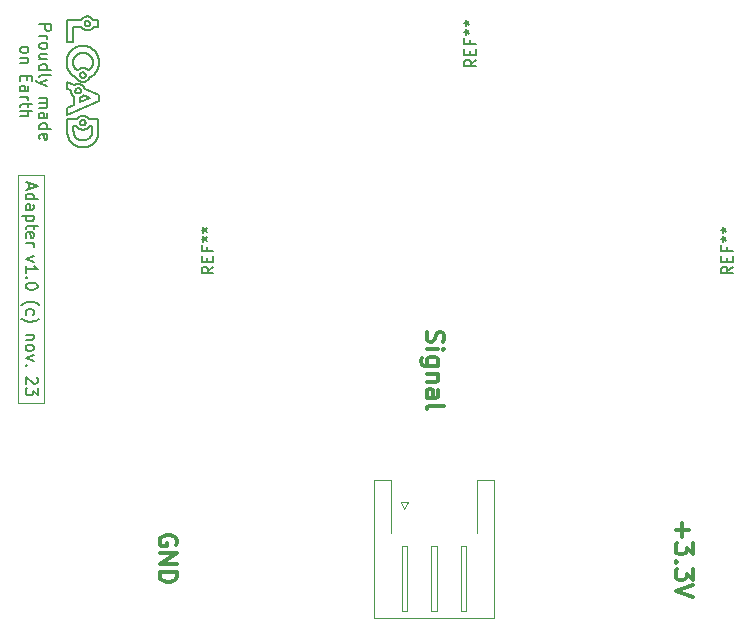
<source format=gbr>
%TF.GenerationSoftware,KiCad,Pcbnew,(7.0.0-0)*%
%TF.CreationDate,2023-11-03T17:37:49+01:00*%
%TF.ProjectId,ExternalAdapter,45787465-726e-4616-9c41-646170746572,1.0*%
%TF.SameCoordinates,Original*%
%TF.FileFunction,Legend,Top*%
%TF.FilePolarity,Positive*%
%FSLAX46Y46*%
G04 Gerber Fmt 4.6, Leading zero omitted, Abs format (unit mm)*
G04 Created by KiCad (PCBNEW (7.0.0-0)) date 2023-11-03 17:37:49*
%MOMM*%
%LPD*%
G01*
G04 APERTURE LIST*
%ADD10C,0.170004*%
%ADD11C,0.100000*%
%ADD12C,0.150000*%
%ADD13C,0.300000*%
%ADD14C,0.120000*%
G04 APERTURE END LIST*
D10*
X37254414Y-29304673D02*
X37264018Y-29298600D01*
X35754232Y-39074068D02*
X35765009Y-39106690D01*
X36319881Y-31572817D02*
X36291600Y-31589210D01*
X37150345Y-29486206D02*
X37151260Y-29474355D01*
X36858470Y-34048639D02*
X36849881Y-34041301D01*
X36841660Y-33703500D02*
X36849881Y-33695771D01*
X37079396Y-38138968D02*
X37068165Y-38142114D01*
X37468382Y-30076240D02*
X37507971Y-30069489D01*
X36493308Y-35004195D02*
X36503514Y-34999039D01*
X36169507Y-32877128D02*
X36167730Y-32856237D01*
X36628646Y-38363051D02*
X36644300Y-38375578D01*
X36310950Y-33991616D02*
X36338103Y-34007072D01*
X36996843Y-38149161D02*
X36984825Y-38148259D01*
X36181688Y-32958652D02*
X36177881Y-32938577D01*
X36581924Y-34977222D02*
X36593942Y-34976320D01*
X35726727Y-38973880D02*
X35735092Y-39007663D01*
X37235081Y-37846654D02*
X37238271Y-37857729D01*
X37321641Y-32044837D02*
X37340660Y-32051873D01*
X37294621Y-29713281D02*
X37284136Y-29708606D01*
X36867413Y-34055569D02*
X36858470Y-34048639D01*
X37738685Y-33192398D02*
X37728230Y-33209066D01*
X37240915Y-37963081D02*
X37238271Y-37974372D01*
X37386611Y-34317870D02*
X37419671Y-34288705D01*
X37623446Y-29498215D02*
X37623138Y-29510223D01*
X37706198Y-33241482D02*
X37694620Y-33257227D01*
X37589169Y-29377197D02*
X37594870Y-29386971D01*
X36359055Y-34678901D02*
X36340433Y-34687714D01*
X36841062Y-32008294D02*
X36861512Y-32004889D01*
X37852334Y-32805990D02*
X37851546Y-32827372D01*
X36284224Y-33975593D02*
X36310950Y-33991616D01*
X37254414Y-29691756D02*
X37245133Y-29685247D01*
X38309861Y-32330866D02*
X38298455Y-32297929D01*
X37652404Y-35841389D02*
X36794979Y-36188035D01*
X37592536Y-32201458D02*
X37607078Y-32214270D01*
X37741836Y-32375983D02*
X37751733Y-32392637D01*
X36593942Y-35442542D02*
X36581924Y-35441640D01*
X37632701Y-31544657D02*
X37602882Y-31530015D01*
X36378030Y-34670713D02*
X36359055Y-34678901D01*
X36340433Y-34687714D02*
X36322178Y-34697139D01*
X36618297Y-34976320D02*
X36630315Y-34977222D01*
X37698318Y-32312656D02*
X37709786Y-32327998D01*
X37178613Y-29609458D02*
X37173385Y-29599394D01*
X37067712Y-37335343D02*
X37048317Y-37333777D01*
X37009022Y-38499587D02*
X37052079Y-38498065D01*
X37164404Y-29417973D02*
X37168644Y-29407374D01*
X35787738Y-33437048D02*
X35803428Y-33467082D01*
X36493308Y-35414666D02*
X36483396Y-35409045D01*
X36949877Y-38142114D02*
X36938646Y-38138968D01*
X37191662Y-34016995D02*
X37184221Y-34025465D01*
X36428252Y-39863389D02*
X36457756Y-39876844D01*
X35765009Y-39106690D02*
X35776593Y-39138927D01*
X36598691Y-38336484D02*
X36613438Y-38350015D01*
X36765259Y-35036666D02*
X36773481Y-35044395D01*
X36403692Y-35088413D02*
X36409850Y-35078942D01*
X36966053Y-31398216D02*
X36930918Y-31399421D01*
X35687000Y-37605658D02*
X35687000Y-38614557D01*
X36917004Y-35706017D02*
X36933131Y-35695814D01*
X36812752Y-33738048D02*
X36819352Y-33728896D01*
X37386741Y-29731629D02*
X37374564Y-29731326D01*
X37068165Y-33642472D02*
X37079396Y-33645618D01*
X37422780Y-29728939D02*
X37410937Y-29730424D01*
X37505721Y-39901735D02*
X37535814Y-39889647D01*
X37203997Y-32012153D02*
X37224019Y-32016465D01*
X37121832Y-38121286D02*
X37111626Y-38126441D01*
X37800167Y-38679569D02*
X37798563Y-38700435D01*
X36786684Y-37835809D02*
X36790923Y-37825210D01*
X37157491Y-29439893D02*
X37160682Y-29428818D01*
X35701275Y-38834853D02*
X35706439Y-38870195D01*
X36068246Y-39606818D02*
X36090688Y-39629356D01*
X37603049Y-33358748D02*
X37584882Y-33375136D01*
X37072761Y-33288351D02*
X37041111Y-33285844D01*
X37121832Y-37710815D02*
X37131744Y-37716436D01*
X37231358Y-33788295D02*
X37235081Y-33799139D01*
X36800893Y-33979780D02*
X36795665Y-33969715D01*
X36736570Y-34640126D02*
X36711187Y-34635069D01*
X35984172Y-39511101D02*
X36004309Y-39535866D01*
X38068483Y-33691411D02*
X38088798Y-33665824D01*
X37310150Y-39343062D02*
X37291520Y-39349529D01*
X37576410Y-29637855D02*
X37569382Y-29646673D01*
X37325220Y-30078634D02*
X37345541Y-30080359D01*
X36215186Y-33074829D02*
X36208334Y-33055975D01*
X36429035Y-32204527D02*
X36443871Y-32191685D01*
X37284136Y-29287823D02*
X37294621Y-29283148D01*
X38331042Y-29212654D02*
X37902959Y-29212654D01*
X36446980Y-35382196D02*
X36438758Y-35374466D01*
X36993884Y-35650163D02*
X37008074Y-35637596D01*
X38331042Y-29783775D02*
X38331042Y-29212654D01*
X36642493Y-39942288D02*
X36674318Y-39950477D01*
X36046347Y-39583725D02*
X36068246Y-39606818D01*
X37051857Y-39392610D02*
X37030542Y-39393290D01*
X37566261Y-33390955D02*
X37547179Y-33406199D01*
X37361358Y-37447103D02*
X37331152Y-37426397D01*
X37222378Y-38017229D02*
X37217149Y-38027293D01*
X37101141Y-37700984D02*
X37111626Y-37705659D01*
X37809479Y-32518044D02*
X37815839Y-32537031D01*
X36777127Y-33915567D02*
X36775045Y-33904075D01*
X37448969Y-32102122D02*
X37466045Y-32111739D01*
X37413981Y-32083952D02*
X37431615Y-32092859D01*
X37159572Y-34048639D02*
X37150629Y-34055569D01*
X35871391Y-31990725D02*
X35853440Y-32018442D01*
X36132510Y-31701087D02*
X36107758Y-31721969D01*
X36824217Y-35300271D02*
X36819476Y-35310610D01*
X37719371Y-31592336D02*
X37690946Y-31575817D01*
X37622224Y-29522074D02*
X37620718Y-29533753D01*
X37242998Y-33904075D02*
X37240915Y-33915567D01*
X38214189Y-32109586D02*
X38197912Y-32080073D01*
X38175810Y-39293034D02*
X38190458Y-39263293D01*
X36813306Y-35756237D02*
X36831354Y-35749232D01*
X37238271Y-37974372D02*
X37235081Y-37985447D01*
X36562416Y-34627458D02*
X36540882Y-34629393D01*
X37207929Y-30054624D02*
X37226867Y-30060195D01*
X37793987Y-38741460D02*
X37791018Y-38761621D01*
X36286230Y-33216005D02*
X36275946Y-33199491D01*
X37407431Y-28915027D02*
X37386741Y-28914677D01*
X37227601Y-29325449D02*
X37236191Y-29318112D01*
X37527417Y-28931275D02*
X37507971Y-28926940D01*
X36595383Y-34285771D02*
X36611677Y-34300902D01*
X35872429Y-33581671D02*
X35891237Y-33608934D01*
X37020026Y-29956189D02*
X37035348Y-29967742D01*
X37224019Y-32016465D02*
X37243877Y-32021232D01*
X37620699Y-28962080D02*
X37602607Y-28954740D01*
X37044432Y-31398225D02*
X37009021Y-31397814D01*
X37735045Y-33982076D02*
X37761776Y-33965415D01*
X37584882Y-33375136D02*
X37566261Y-33390955D01*
X36914419Y-34444653D02*
X36937667Y-34447872D01*
X36279047Y-32383042D02*
X36289480Y-32366502D01*
X37231358Y-37835809D02*
X37235081Y-37846654D01*
X36708724Y-35419822D02*
X36698240Y-35424498D01*
X37324230Y-38409977D02*
X37357655Y-38387584D01*
X37479168Y-31478067D02*
X37447406Y-31467022D01*
X37427942Y-30080359D02*
X37468382Y-30076240D01*
X37537292Y-29318112D02*
X37545882Y-29325449D01*
X37176383Y-38081086D02*
X37168161Y-38088815D01*
X36826380Y-38064508D02*
X36819352Y-38055690D01*
X36519578Y-34632078D02*
X36498517Y-34635499D01*
X37240915Y-33915567D02*
X37238271Y-33926858D01*
X37884545Y-39672490D02*
X37907960Y-39651246D01*
X36755642Y-39361147D02*
X36736882Y-39355558D01*
X36883712Y-35724896D02*
X36900527Y-35715715D01*
X37561942Y-29655143D02*
X37554103Y-29663250D01*
X37153868Y-39983231D02*
X37187419Y-39979722D01*
X37583011Y-29367726D02*
X37589169Y-29377197D01*
X36795665Y-33969715D02*
X36790923Y-33959377D01*
X36186570Y-32603293D02*
X36191538Y-32583533D01*
X36746874Y-38439328D02*
X36765286Y-38447929D01*
X37744065Y-38932647D02*
X37736564Y-38950452D01*
X36570080Y-34978706D02*
X36581924Y-34977222D01*
X36356123Y-33308065D02*
X36343504Y-33293560D01*
X36174582Y-32918297D02*
X36171791Y-32897814D01*
X35803157Y-32104849D02*
X35787584Y-32134738D01*
X36736882Y-39355558D02*
X36718383Y-39349529D01*
X36720792Y-34378261D02*
X36740701Y-34388748D01*
X38127646Y-33613032D02*
X38146180Y-33585831D01*
X37217149Y-37804807D02*
X37222378Y-37814871D01*
X37850233Y-32848543D02*
X37848394Y-32869504D01*
X36682924Y-32051873D02*
X36702167Y-32044837D01*
X37350448Y-31438784D02*
X37317569Y-31431004D01*
X36912752Y-29847625D02*
X36924565Y-29862658D01*
X37068165Y-38142114D02*
X37056714Y-38144721D01*
X37197814Y-37362805D02*
X37179905Y-37357183D01*
X36916900Y-34083603D02*
X36906416Y-34078928D01*
X37033216Y-38148259D02*
X37021198Y-38149161D01*
X35854244Y-33553855D02*
X35872429Y-33581671D01*
X36656684Y-37447103D02*
X36627889Y-37469576D01*
X37554103Y-29663250D02*
X37545882Y-29670980D01*
X36161027Y-39693088D02*
X36185479Y-39713037D01*
X36984825Y-38148259D02*
X36972982Y-38146774D01*
X36842211Y-38476071D02*
X36862195Y-38481476D01*
X37204101Y-29349756D02*
X37211541Y-29341286D01*
X36627889Y-37469576D02*
X36600587Y-37493734D01*
X36197032Y-32564024D02*
X36203053Y-32544768D01*
X37569382Y-29646673D02*
X37561942Y-29655143D01*
X35829674Y-39263294D02*
X35844446Y-39293035D01*
X36870523Y-29212654D02*
X35687000Y-29212654D01*
X37623138Y-29486206D02*
X37623446Y-29498215D01*
X37009021Y-39989470D02*
X37016575Y-39989470D01*
X37728230Y-33209066D02*
X37717401Y-33225428D01*
X36140260Y-35569377D02*
X36162554Y-35595777D01*
X37350702Y-29267490D02*
X37362546Y-29266005D01*
X36790923Y-38006890D02*
X36786684Y-37996292D01*
X36882117Y-32001939D02*
X36902876Y-31999442D01*
X36229723Y-38781548D02*
X36226450Y-38761621D01*
X36483396Y-35009817D02*
X36493308Y-35004195D01*
X37427942Y-28916070D02*
X37407431Y-28915027D01*
X36059763Y-31765633D02*
X36036518Y-31788411D01*
X37615992Y-29439893D02*
X37618636Y-29451184D01*
X36165706Y-32770351D02*
X36166486Y-32748603D01*
X36927649Y-33649289D02*
X36938646Y-33645618D01*
X37184221Y-33711608D02*
X37191662Y-33720078D01*
X36319427Y-33263542D02*
X36307972Y-33248031D01*
X38204508Y-39233003D02*
X38217962Y-39202165D01*
X35927308Y-39433475D02*
X35945670Y-39459905D01*
X36399255Y-39849282D02*
X36428252Y-39863389D01*
X36584166Y-34626287D02*
X36562416Y-34627458D01*
X37912317Y-33852793D02*
X37935770Y-33831910D01*
X36983588Y-34759983D02*
X36964035Y-34744676D01*
X35687000Y-31075007D02*
X36215809Y-31075007D01*
X37150629Y-38103083D02*
X37141349Y-38109592D01*
X37305100Y-28920189D02*
X37265512Y-28926940D01*
X36388022Y-35300271D02*
X36383782Y-35289672D01*
X37157491Y-29556536D02*
X37154848Y-29545245D01*
X37662056Y-31559924D02*
X37632701Y-31544657D01*
X37567092Y-39190225D02*
X37553464Y-39202373D01*
X37154848Y-29545245D02*
X37152765Y-29533753D01*
X37839155Y-33911818D02*
X37864010Y-33892746D01*
X37846194Y-32676949D02*
X37848497Y-32697939D01*
X36653813Y-34980760D02*
X36665263Y-34983367D01*
X37795247Y-32480820D02*
X37802614Y-32499307D01*
X37150629Y-37729018D02*
X37159572Y-37735948D01*
X37584222Y-28947978D02*
X37565554Y-28941805D01*
X36174821Y-32664078D02*
X36178213Y-32643567D01*
X35687000Y-35052000D02*
X36014610Y-35186586D01*
X37565554Y-39876844D02*
X37594809Y-39863389D01*
X37231358Y-33948778D02*
X37227119Y-33959377D01*
X37413535Y-39933320D02*
X37444581Y-39923571D01*
X36438758Y-35374466D02*
X36430920Y-35366359D01*
X37238271Y-33810214D02*
X37240915Y-33821505D01*
X38181016Y-32051113D02*
X38163499Y-32022706D01*
X37351393Y-34344554D02*
X37386611Y-34317870D01*
X37345541Y-28916070D02*
X37305100Y-28920189D01*
X37168161Y-38088815D02*
X37159572Y-38096152D01*
X37090393Y-38135297D02*
X37079396Y-38138968D01*
X37382174Y-39942288D02*
X37413535Y-39933320D01*
X36833821Y-38072978D02*
X36826380Y-38064508D01*
X36614147Y-33433859D02*
X36592222Y-33454247D01*
X36085705Y-33827097D02*
X36109040Y-33847627D01*
X37164624Y-33305405D02*
X37134562Y-33298175D01*
X36286895Y-38967927D02*
X36279238Y-38950452D01*
X36024542Y-35317783D02*
X36032280Y-35352522D01*
X37068165Y-34094600D02*
X37056714Y-34097207D01*
X35758212Y-32196153D02*
X35744413Y-32227679D01*
X37163463Y-32004889D02*
X37183811Y-32008294D01*
X36756670Y-35029328D02*
X36765259Y-35036666D01*
X37450432Y-34257200D02*
X37478752Y-34223493D01*
X36826380Y-34016995D02*
X36819352Y-34008176D01*
X36178213Y-32643567D02*
X36182129Y-32623305D01*
X36882453Y-38486203D02*
X36902972Y-38490238D01*
X37561942Y-29341286D02*
X37569382Y-29349756D01*
X38347075Y-32466251D02*
X38339034Y-32431858D01*
X36842516Y-35197423D02*
X36842824Y-35209431D01*
X36372143Y-35173893D02*
X36374226Y-35162400D01*
X36447996Y-33394377D02*
X36429004Y-33378830D01*
X36380060Y-35278827D02*
X36376869Y-35267752D01*
X36876693Y-33674994D02*
X36886297Y-33668922D01*
X37001467Y-31397814D02*
X36966053Y-31398216D01*
X37975164Y-39583725D02*
X37996405Y-39560074D01*
X36938646Y-33645618D02*
X36949877Y-33642472D01*
X36795665Y-37814871D02*
X36800893Y-37804807D01*
X35731418Y-33311385D02*
X35744413Y-33343601D01*
X36974188Y-39989080D02*
X37009021Y-39989470D01*
X36976493Y-29918725D02*
X36990587Y-29931669D01*
X37576410Y-29358574D02*
X37583011Y-29367726D01*
X37345541Y-30080359D02*
X37366052Y-30081402D01*
X38003969Y-33764917D02*
X38026069Y-33740959D01*
X36083135Y-35482763D02*
X36100482Y-35512802D01*
X36964035Y-34744676D02*
X36943825Y-34730177D01*
X37002459Y-34776072D02*
X36983588Y-34759983D01*
X38370797Y-32607490D02*
X38366134Y-32571629D01*
X37020624Y-34792919D02*
X37002459Y-34776072D01*
X36665263Y-34983367D02*
X36676494Y-34986513D01*
X36794979Y-36188035D02*
X36794979Y-35762672D01*
X36288327Y-39786354D02*
X36315301Y-39803061D01*
X37009021Y-33284999D02*
X36976704Y-33285853D01*
X36979506Y-39393290D02*
X36957816Y-39392610D01*
X37364501Y-39321212D02*
X37346691Y-39328859D01*
X36013778Y-31811819D02*
X35991639Y-31835763D01*
X37101141Y-33653469D02*
X37111626Y-33658145D01*
X38017045Y-39535865D02*
X38037084Y-39511100D01*
X36410460Y-33362721D02*
X36396299Y-33349562D01*
X36936396Y-39391479D02*
X36915245Y-39389897D01*
X36841602Y-35185572D02*
X36842516Y-35197423D01*
X38360625Y-33047737D02*
X38366134Y-33012382D01*
X36268985Y-32399885D02*
X36279047Y-32383042D01*
X36905438Y-39985960D02*
X36939661Y-39987910D01*
X37801837Y-31645659D02*
X37774817Y-31627256D01*
X36348669Y-31557073D02*
X36319881Y-31572817D01*
X37150345Y-29510223D02*
X37150037Y-29498215D01*
X35910667Y-33635645D02*
X35930719Y-33661805D01*
X36891469Y-34440554D02*
X36914419Y-34444653D01*
X36403692Y-35330448D02*
X36397991Y-35320674D01*
X37045060Y-33637812D02*
X37056714Y-33639865D01*
X36372914Y-39110266D02*
X36361845Y-39095777D01*
X36949877Y-33642472D02*
X36961327Y-33639865D01*
X36433880Y-39177733D02*
X36420940Y-39164903D01*
X37275053Y-34389926D02*
X37314160Y-34368619D01*
X37607078Y-32214270D02*
X37621284Y-32227371D01*
X37547214Y-32165151D02*
X37562603Y-32176898D01*
X36822851Y-33314436D02*
X36793934Y-33324709D01*
X36232428Y-32470282D02*
X36241016Y-32452228D01*
X37706341Y-29007052D02*
X37689893Y-28996993D01*
X36781831Y-34407497D02*
X36803016Y-34415723D01*
X35909540Y-39406491D02*
X35927308Y-39433475D01*
X36773539Y-37939910D02*
X36772625Y-37928059D01*
X37673093Y-28987455D02*
X37655953Y-28978449D01*
X36773539Y-33892396D02*
X36772625Y-33880544D01*
X37617261Y-33345182D02*
X37603049Y-33358748D01*
X37448263Y-28917795D02*
X37427942Y-28916070D01*
X36900527Y-35715715D02*
X36917004Y-35706017D01*
X36592222Y-33454247D02*
X36571369Y-33475704D01*
X37679665Y-39819118D02*
X37706979Y-39803061D01*
X38366134Y-33012382D02*
X38370797Y-32976652D01*
X37545882Y-29670980D02*
X37537292Y-29678317D01*
X36570080Y-35440155D02*
X36558426Y-35438102D01*
X36488787Y-39225637D02*
X36474610Y-39214178D01*
X36629814Y-39313216D02*
X36612954Y-39304873D01*
X37722425Y-29017621D02*
X37706341Y-29007052D01*
X37168644Y-29589055D02*
X37164404Y-29578456D01*
X37686457Y-32297639D02*
X37698318Y-32312656D01*
X36852444Y-33305623D02*
X36822851Y-33314436D01*
X37584222Y-30048451D02*
X37620699Y-30034349D01*
X36728843Y-35009817D02*
X36738447Y-35015889D01*
X37020026Y-29040241D02*
X36990587Y-29064760D01*
X37796989Y-29077704D02*
X37782896Y-29064760D01*
X37141349Y-37722509D02*
X37150629Y-37729018D01*
X37083590Y-28996993D02*
X37051058Y-29017621D01*
X37240915Y-37869020D02*
X37242998Y-37880512D01*
X36785177Y-37375660D02*
X36751217Y-37390596D01*
X35687000Y-29212654D02*
X35687000Y-31075007D01*
X36580126Y-39287143D02*
X36564157Y-39277757D01*
X36261859Y-39768998D02*
X36288327Y-39786354D01*
X37448853Y-39277757D02*
X37432615Y-39287143D01*
X37211449Y-37795033D02*
X37217149Y-37804807D01*
X36396179Y-39138248D02*
X36384359Y-39124423D01*
X36374226Y-35256461D02*
X36372143Y-35244969D01*
X36927649Y-37696803D02*
X36938646Y-37693133D01*
X37236191Y-29318112D02*
X37245133Y-29311182D01*
X36540882Y-34629393D02*
X36519578Y-34632078D01*
X36738856Y-39964514D02*
X36771572Y-39970363D01*
X37152765Y-29533753D02*
X37151260Y-29522074D01*
X38298455Y-33284718D02*
X38309861Y-33251986D01*
X37562603Y-32176898D02*
X37577711Y-32189000D01*
X37464772Y-39268025D02*
X37448853Y-39277757D01*
X37195276Y-39375265D02*
X37175407Y-39379084D01*
X36972982Y-34099261D02*
X36961327Y-34097207D01*
X37860731Y-29847625D02*
X37882873Y-29816421D01*
X37220659Y-39975432D02*
X37253588Y-39970363D01*
X36802389Y-35078942D02*
X36808547Y-35088413D01*
X37791018Y-38761621D02*
X37787597Y-38781548D01*
X36376869Y-35151109D02*
X36380060Y-35140034D01*
X36570630Y-38307986D02*
X36584417Y-38322470D01*
X36518039Y-39247522D02*
X36503263Y-39236752D01*
X37528350Y-29311182D02*
X37537292Y-29318112D01*
X38144721Y-39350865D02*
X38160564Y-39322225D01*
X38305954Y-38905145D02*
X38311831Y-38870194D01*
X35688584Y-38689565D02*
X35690564Y-38726476D01*
X37930885Y-39629355D02*
X37953321Y-39606818D01*
X35859820Y-39322226D02*
X35875795Y-39350866D01*
X36627413Y-31446404D02*
X36595123Y-31455640D01*
X36548782Y-39913043D02*
X36579726Y-39923571D01*
X37509465Y-29298600D02*
X37519069Y-29304673D01*
X35892369Y-39378955D02*
X35909540Y-39406491D01*
X36370638Y-35233290D02*
X36369723Y-35221439D01*
X35670878Y-33110411D02*
X35678885Y-33144819D01*
X36294934Y-38985069D02*
X36286895Y-38967927D01*
X38045308Y-31863951D02*
X38023418Y-31839450D01*
X37038056Y-34810499D02*
X37020624Y-34792919D01*
X36550783Y-37546797D02*
X36528440Y-37575542D01*
X37234214Y-34408337D02*
X37275053Y-34389926D01*
X36522463Y-32133173D02*
X36539074Y-32122611D01*
X36962833Y-29091089D02*
X36936857Y-29119134D01*
X36886297Y-33668922D02*
X36896210Y-33663300D01*
X37796502Y-38721065D02*
X37793987Y-38741460D01*
X36340835Y-39065805D02*
X36330896Y-39050321D01*
X35636638Y-32784398D02*
X35637062Y-32822070D01*
X37265512Y-28926940D02*
X37226867Y-28936234D01*
X35637062Y-32822070D02*
X35638335Y-32859381D01*
X36790923Y-37825210D02*
X36795665Y-37814871D01*
X35719250Y-32291881D02*
X35707911Y-32324571D01*
X37085707Y-34867391D02*
X37070623Y-34847760D01*
X37410937Y-29730424D02*
X37398919Y-29731326D01*
X35719250Y-33278803D02*
X35731418Y-33311385D01*
X37623138Y-29510223D02*
X37622224Y-29522074D01*
X36573201Y-32102632D02*
X36590720Y-32093215D01*
X36165700Y-32813846D02*
X36165446Y-32792344D01*
X37954043Y-31769314D02*
X37929861Y-31747125D01*
X36761551Y-34646239D02*
X36736570Y-34640126D01*
X36996843Y-37682940D02*
X37009021Y-37682636D01*
X37478752Y-34223493D02*
X37504488Y-34187722D01*
X36004309Y-39535866D02*
X36025034Y-39560074D01*
X36876693Y-34062078D02*
X36867413Y-34055569D01*
X37111626Y-37705659D02*
X37121832Y-37710815D01*
X38111239Y-39406490D02*
X38128280Y-39378954D01*
X37113350Y-34908529D02*
X37099958Y-34887655D01*
X37194067Y-33314121D02*
X37164624Y-33305405D01*
X36687491Y-34990184D02*
X36698240Y-34994364D01*
X35991639Y-31835763D02*
X35970101Y-31860243D01*
X36858470Y-37735948D02*
X36867413Y-37729018D01*
X35678885Y-33144819D02*
X35687727Y-33178863D01*
X36777127Y-33821505D02*
X36779771Y-33810214D01*
X38107216Y-31940818D02*
X38087206Y-31914636D01*
X37362546Y-29266005D02*
X37374564Y-29265103D01*
X38324766Y-38762993D02*
X38327511Y-38726475D01*
X36773481Y-35044395D02*
X36781319Y-35052502D01*
X38023418Y-31839450D02*
X38000898Y-31815512D01*
X37717401Y-33225428D02*
X37706198Y-33241482D01*
X36840096Y-35244969D02*
X36838014Y-35256461D01*
X35687000Y-34466724D02*
X35687000Y-35052000D01*
X38286209Y-33317077D02*
X38298455Y-33284718D01*
X37226867Y-30060195D02*
X37246066Y-30065154D01*
X37783724Y-38801242D02*
X37779401Y-38820705D01*
X36036518Y-31788411D02*
X36013778Y-31811819D01*
X37273930Y-29703450D02*
X37264018Y-29697829D01*
X36718930Y-35414666D02*
X36708724Y-35419822D01*
X38366134Y-32571629D02*
X38360625Y-32536136D01*
X36606119Y-34625894D02*
X36584166Y-34626287D01*
X36307972Y-33248031D02*
X36296906Y-33232185D01*
X36546976Y-35435495D02*
X36535744Y-35432349D01*
X37253588Y-39970363D02*
X37286204Y-39964514D01*
X37846030Y-32890254D02*
X37843141Y-32910792D01*
X37286204Y-39964514D02*
X37318508Y-39957885D01*
X36831354Y-35749232D02*
X36849113Y-35741665D01*
X36782962Y-37985447D02*
X36779771Y-37974372D01*
X37009021Y-37682636D02*
X37021198Y-37682940D01*
X37504488Y-34187722D02*
X37527498Y-34150028D01*
X36706439Y-39957885D02*
X36738856Y-39964514D01*
X37620718Y-29462676D02*
X37622224Y-29474355D01*
X36961327Y-33639865D02*
X36972982Y-33637812D01*
X38214386Y-33471684D02*
X38229957Y-33441819D01*
X36786684Y-33788295D02*
X36790923Y-33777696D01*
X36886297Y-37716436D02*
X36896210Y-37710815D01*
X37211541Y-29655143D02*
X37204101Y-29646673D01*
X37086925Y-37337518D02*
X37067712Y-37335343D01*
X37888398Y-33873071D02*
X37912317Y-33852793D01*
X36943825Y-34730177D02*
X36922985Y-34716511D01*
X37205291Y-37785562D02*
X37211449Y-37795033D01*
X36944862Y-31995810D02*
X36966091Y-31994676D01*
X37657634Y-33302606D02*
X37644553Y-33317110D01*
X36257925Y-33959004D02*
X36284224Y-33975593D01*
X37291520Y-39349529D02*
X37272685Y-39355558D01*
X36795665Y-33767357D02*
X36800893Y-33757293D01*
X37583011Y-29628703D02*
X37576410Y-29637855D01*
X36838014Y-35256461D02*
X36835370Y-35267752D01*
X36819476Y-35310610D02*
X36814248Y-35320674D01*
X37377876Y-32067202D02*
X37396068Y-32075400D01*
X37711868Y-39001880D02*
X37702907Y-39018358D01*
X36867413Y-37729018D02*
X36876693Y-37722509D01*
X36747727Y-35022398D02*
X36756670Y-35029328D01*
X37802234Y-38615550D02*
X37802004Y-38637128D01*
X36944741Y-38496183D02*
X36965965Y-38498065D01*
X37482840Y-32121711D02*
X37499355Y-32132039D01*
X37205291Y-33999025D02*
X37198690Y-34008176D01*
X37159572Y-38096152D02*
X37150629Y-38103083D01*
X37197073Y-29358574D02*
X37204101Y-29349756D01*
X36901538Y-34703702D02*
X36879511Y-34691775D01*
X36370638Y-35185572D02*
X36372143Y-35173893D01*
X36377962Y-31541978D02*
X36348669Y-31557073D01*
X37415366Y-31456793D02*
X37383046Y-31447380D01*
X36682168Y-39336157D02*
X36664421Y-39328859D01*
X38327511Y-38726475D02*
X38329472Y-38689563D01*
X36819352Y-33728896D02*
X36826380Y-33720078D01*
X36938646Y-37693133D02*
X36949877Y-37689986D01*
X36630315Y-34977222D02*
X36642158Y-34978706D01*
X37848394Y-32869504D02*
X37846030Y-32890254D01*
X36664421Y-39328859D02*
X36646969Y-39321212D01*
X37623415Y-34042708D02*
X37652029Y-34028451D01*
X35758230Y-33375308D02*
X35772671Y-33406456D01*
X38259314Y-32201429D02*
X38244889Y-32170265D01*
X36563124Y-31465680D02*
X36531417Y-31476522D01*
X37423855Y-33452283D02*
X37401988Y-33432148D01*
X37350498Y-39950477D02*
X37382174Y-39942288D01*
X37447413Y-38307986D02*
X37473473Y-38277662D01*
X37183811Y-32008294D02*
X37203997Y-32012153D01*
X36574858Y-37519501D02*
X36550783Y-37546797D01*
X35687396Y-38652258D02*
X35688584Y-38689565D01*
X35889938Y-31963549D02*
X35871391Y-31990725D01*
X36676494Y-34986513D02*
X36687491Y-34990184D01*
X36786684Y-37996292D02*
X36782962Y-37985447D01*
X37211449Y-38037068D02*
X37205291Y-38046539D01*
X37497426Y-38245617D02*
X37519165Y-38211955D01*
X36779771Y-37857729D02*
X36782962Y-37846654D01*
X37264018Y-29298600D02*
X37273930Y-29292979D01*
X36113632Y-39651247D02*
X36137078Y-39672491D01*
X37651865Y-39834525D02*
X37679665Y-39819118D01*
X37831323Y-32971137D02*
X37826333Y-32990826D01*
X36416451Y-35349071D02*
X36409850Y-35339919D01*
X37227119Y-38006890D02*
X37222378Y-38017229D01*
X37468113Y-29278967D02*
X37478862Y-29283148D01*
X37245418Y-37928059D02*
X37244503Y-37939910D01*
X36014358Y-35209432D02*
X36015512Y-35246170D01*
X36786684Y-33948778D02*
X36782962Y-33937933D01*
X37051058Y-29978808D02*
X37067142Y-29989377D01*
X36774666Y-39366295D02*
X36755642Y-39361147D01*
X36990587Y-29931669D02*
X37005101Y-29944160D01*
X37186549Y-35094462D02*
X37180935Y-35069610D01*
X37056386Y-34450231D02*
X37102730Y-34444798D01*
X37751733Y-32392637D02*
X37761236Y-32409622D01*
X37776772Y-33122668D02*
X37767809Y-33140557D01*
X36711124Y-38420339D02*
X36728815Y-38430127D01*
X37468382Y-28920189D02*
X37448263Y-28917795D01*
X37572601Y-31515997D02*
X37541858Y-31502603D01*
X35693339Y-38762995D02*
X35696909Y-38799120D01*
X37827046Y-32575757D02*
X37831891Y-32595495D01*
X36813503Y-39375265D02*
X36793952Y-39371001D01*
X35949162Y-31885262D02*
X35928823Y-31910818D01*
X37366052Y-30081402D02*
X37386741Y-30081752D01*
X36291600Y-31589210D02*
X36263824Y-31606250D01*
X36414490Y-32217746D02*
X36429035Y-32204527D01*
X36837902Y-39979722D02*
X36871519Y-39983231D01*
X37205291Y-38046539D02*
X37198690Y-38055690D01*
X37085838Y-39987910D02*
X37120008Y-39985960D01*
X37761236Y-32409622D02*
X37770344Y-32426941D01*
X35643421Y-32636128D02*
X35640455Y-32672639D01*
X35657375Y-32528845D02*
X35651882Y-32564229D01*
X36611677Y-34300902D02*
X36628541Y-34315424D01*
X36266172Y-36392895D02*
X35687000Y-36631027D01*
X36660389Y-38387584D02*
X36676898Y-38399054D01*
X36558426Y-34980760D02*
X36570080Y-34978706D01*
X36775045Y-37880512D02*
X36777127Y-37869020D01*
X36862195Y-38481476D02*
X36882453Y-38486203D01*
X37652647Y-39095777D02*
X37641507Y-39110266D01*
X37694620Y-33257227D02*
X37682667Y-33272664D01*
X38380980Y-32829961D02*
X38381405Y-32792344D01*
X36550109Y-34236901D02*
X36564581Y-34253752D01*
X37831891Y-32595495D02*
X37836229Y-32615483D01*
X37431615Y-32092859D02*
X37448969Y-32102122D01*
X35647230Y-32969142D02*
X35651882Y-33005004D01*
X36107758Y-31721969D02*
X36083509Y-31743485D01*
X35928823Y-31910818D02*
X35909081Y-31936914D01*
X37245418Y-37904042D02*
X37245726Y-37916051D01*
X36880304Y-29800273D02*
X36890610Y-29816421D01*
X37670338Y-33287790D02*
X37657634Y-33302606D01*
X37852340Y-32762408D02*
X37852596Y-32784398D01*
X36474421Y-32167141D02*
X36490138Y-32155438D01*
X36386454Y-32245076D02*
X36400281Y-32231260D01*
X36700145Y-39343062D02*
X36682168Y-39336157D01*
X36303354Y-39001880D02*
X36294934Y-38985069D01*
X37253642Y-39361147D02*
X37234393Y-39366295D01*
X37067142Y-29989377D02*
X37083590Y-29999436D01*
X37495642Y-39247522D02*
X37480369Y-39257947D01*
X36467437Y-33409360D02*
X36447996Y-33394377D01*
X36518129Y-39901735D02*
X36548782Y-39913043D01*
X37434435Y-29269543D02*
X37445885Y-29272150D01*
X37314160Y-34368619D02*
X37351393Y-34344554D01*
X36279238Y-38950452D02*
X36271964Y-38932647D01*
X36369415Y-35209431D02*
X36369723Y-35197423D01*
X35964625Y-39485781D02*
X35984172Y-39511101D01*
X36263824Y-31606250D02*
X36236553Y-31623935D01*
X36271964Y-38932647D02*
X36265109Y-38914561D01*
X37111626Y-38126441D02*
X37101141Y-38131117D01*
X37152784Y-28962080D02*
X37117529Y-28978449D01*
X36408373Y-39151741D02*
X36396179Y-39138248D01*
X37553464Y-39202373D02*
X37539503Y-39214178D01*
X35772671Y-33406456D02*
X35787738Y-33437048D01*
X36800622Y-32016465D02*
X36820766Y-32012153D01*
X37041111Y-33285844D02*
X37009021Y-33284999D01*
X36841660Y-37751015D02*
X36849881Y-37743285D01*
X38360625Y-32536136D02*
X38354272Y-32501010D01*
X36369723Y-35197423D02*
X36370638Y-35185572D01*
X36966091Y-31994676D02*
X36987477Y-31993995D01*
X38283633Y-39007662D02*
X38291855Y-38973879D01*
X36488872Y-38194550D02*
X36498878Y-38211955D01*
X37051058Y-29017621D02*
X37020026Y-29040241D01*
X36870523Y-29783775D02*
X36880304Y-29800273D01*
X37386741Y-30081752D02*
X37427942Y-30080359D01*
X36803120Y-38463278D02*
X36822515Y-38470001D01*
X38056523Y-39485780D02*
X38075361Y-39459904D01*
X36833319Y-39379084D02*
X36813503Y-39375265D01*
X37432615Y-39287143D02*
X37416059Y-39296182D01*
X37683893Y-39050321D02*
X37673840Y-39065805D01*
X38377584Y-32904061D02*
X38379706Y-32867200D01*
X37417455Y-37493734D02*
X37390153Y-37469576D01*
X37779058Y-32444594D02*
X37787376Y-32462584D01*
X37121832Y-34073772D02*
X37111626Y-34078928D01*
X37272685Y-39355558D02*
X37253642Y-39361147D01*
X36256552Y-33165462D02*
X36247445Y-33147949D01*
X36894362Y-39387865D02*
X36873748Y-39385385D01*
X37175833Y-38476071D02*
X37214924Y-38463278D01*
X37105945Y-37340292D02*
X37086925Y-37337518D01*
X36833816Y-34670666D02*
X36810199Y-34661534D01*
X36828457Y-35289672D02*
X36824217Y-35300271D01*
X37211449Y-33989554D02*
X37205291Y-33999025D01*
X36923740Y-38493569D02*
X36944741Y-38496183D01*
X36913484Y-33292555D02*
X36882670Y-33298315D01*
X36397991Y-35320674D02*
X36392763Y-35310610D01*
X37787597Y-38781548D02*
X37783724Y-38801242D01*
X37217149Y-33979780D02*
X37211449Y-33989554D01*
X36840096Y-35173893D02*
X36841602Y-35185572D01*
X36849881Y-38088815D02*
X36841660Y-38081086D01*
X35853440Y-32018442D02*
X35836085Y-32046702D01*
X36793934Y-33324709D02*
X36765738Y-33336400D01*
X37466130Y-33461237D02*
X37444658Y-33473469D01*
X36871519Y-39983231D02*
X36905438Y-39985960D01*
X37331152Y-37426397D02*
X37299614Y-37407535D01*
X37648525Y-32254521D02*
X37661560Y-32268573D01*
X36927649Y-38135297D02*
X36916900Y-38131117D01*
X36430920Y-35366359D02*
X36423479Y-35357889D01*
X36781319Y-35366359D02*
X36773481Y-35374466D01*
X36289480Y-32366502D02*
X36300287Y-32350264D01*
X36835370Y-35267752D02*
X36832179Y-35278827D01*
X36628541Y-34315424D02*
X36645959Y-34329318D01*
X36238732Y-33130103D02*
X36230413Y-33111924D01*
X36835370Y-35151109D02*
X36838014Y-35162400D01*
X37480369Y-39257947D02*
X37464772Y-39268025D01*
X37009021Y-37332513D02*
X36969725Y-37333777D01*
X37720863Y-32343665D02*
X37731546Y-32359660D01*
X36351151Y-39080957D02*
X36340835Y-39065805D01*
X37141349Y-34062078D02*
X37131744Y-34068150D01*
X36751217Y-37390596D02*
X36718428Y-37407535D01*
X36513999Y-35424498D02*
X36503514Y-35419822D01*
X36901430Y-29832209D02*
X36912752Y-29847625D01*
X37191662Y-38064508D02*
X37184221Y-38072978D01*
X36984825Y-37683841D02*
X36996843Y-37682940D01*
X37148123Y-34974555D02*
X37137458Y-34952004D01*
X37398919Y-29731326D02*
X37386741Y-29731629D01*
X36775045Y-37951589D02*
X36773539Y-37939910D01*
X36230413Y-33111924D02*
X36222546Y-33093478D01*
X35951393Y-33687414D02*
X35972687Y-33712473D01*
X36782962Y-33799139D02*
X36786684Y-33788295D01*
X37150037Y-29498215D02*
X37150345Y-29486206D01*
X37339048Y-29269543D02*
X37350702Y-29267490D01*
X37410937Y-29266005D02*
X37422780Y-29267490D01*
X36132797Y-33867597D02*
X36156975Y-33887004D01*
X36906416Y-38126441D02*
X36896210Y-38121286D01*
X36936857Y-29119134D02*
X36912752Y-29148804D01*
X37707843Y-33998136D02*
X37735045Y-33982076D01*
X36876693Y-37722509D02*
X36886297Y-37716436D01*
X36741099Y-32032126D02*
X36760789Y-32026452D01*
X36961327Y-37687379D02*
X36972982Y-37685326D01*
X37168644Y-29407374D02*
X37173385Y-29397035D01*
X37589169Y-29619232D02*
X37583011Y-29628703D01*
X36824217Y-35118591D02*
X36828457Y-35129190D01*
X37525211Y-39225637D02*
X37510590Y-39236752D01*
X37604840Y-29407374D02*
X37609079Y-29417973D01*
X37401988Y-33432148D02*
X37379100Y-33413107D01*
X37416059Y-39296182D02*
X37399186Y-39304873D01*
X37304761Y-33362985D02*
X37278239Y-33348757D01*
X36286820Y-34717770D02*
X35687000Y-34466724D01*
X36249970Y-32434478D02*
X36259293Y-32417030D01*
X36923791Y-31997399D02*
X36944862Y-31995810D01*
X37045060Y-37685326D02*
X37056714Y-37687379D01*
X36976704Y-33285853D02*
X36944843Y-33288386D01*
X36533113Y-39257947D02*
X36518039Y-39247522D01*
X37173385Y-29599394D02*
X37168644Y-29589055D01*
X36930918Y-31399421D02*
X36896062Y-31401428D01*
X38309861Y-33251986D02*
X38320427Y-33218881D01*
X37235081Y-37985447D02*
X37231358Y-37996292D01*
X36014464Y-35192321D02*
X36014390Y-35198008D01*
X38354272Y-32501010D02*
X38347075Y-32466251D01*
X36507664Y-33437620D02*
X36487326Y-33423775D01*
X36858470Y-38096152D02*
X36849881Y-38088815D01*
X36342779Y-39819118D02*
X36370764Y-39834526D01*
X37211541Y-29341286D02*
X37219380Y-29333179D01*
X37499355Y-32132039D02*
X37515589Y-32142721D01*
X37958755Y-33810423D02*
X37981273Y-33788330D01*
X37728697Y-38967927D02*
X37720465Y-38985069D01*
X36842516Y-35221439D02*
X36841602Y-35233290D01*
X36334951Y-32303368D02*
X36347259Y-32288341D01*
X37265512Y-30069489D02*
X37285194Y-30073188D01*
X38037084Y-39511100D02*
X38056523Y-39485780D01*
X37600098Y-29397035D02*
X37604840Y-29407374D01*
X35909081Y-31936914D02*
X35889938Y-31963549D01*
X35836085Y-32046702D02*
X35819324Y-32075503D01*
X36896210Y-37710815D02*
X36906416Y-37705659D01*
X36455569Y-35029328D02*
X36464511Y-35022398D01*
X36186002Y-32978524D02*
X36181688Y-32958652D01*
X37222378Y-33767357D02*
X37227119Y-33777696D01*
X36548486Y-39268025D02*
X36533113Y-39257947D01*
X37519165Y-38211955D02*
X37538585Y-38176779D01*
X37151260Y-29522074D02*
X37150345Y-29510223D01*
X37245418Y-33880544D02*
X37244503Y-33892396D01*
X36322178Y-34697139D02*
X36304302Y-34707162D01*
X36498838Y-34164301D02*
X36510627Y-34183194D01*
X38197912Y-32080073D02*
X38181016Y-32051113D01*
X36661035Y-33396461D02*
X36637099Y-33414582D01*
X37489602Y-37575542D02*
X37467260Y-37546797D01*
X36042077Y-35386458D02*
X36053864Y-35419522D01*
X35663708Y-33075639D02*
X35670878Y-33110411D01*
X36961327Y-38144721D02*
X36949877Y-38142114D01*
X37774628Y-38839936D02*
X37769407Y-38858936D01*
X36842824Y-35209431D02*
X36842516Y-35221439D01*
X37056714Y-34097207D02*
X37045060Y-34099261D01*
X36458999Y-32179223D02*
X36474421Y-32167141D01*
X37751067Y-38914561D02*
X37744065Y-38932647D01*
X37176383Y-37751015D02*
X37184221Y-37759122D01*
X37009021Y-34452073D02*
X37056386Y-34450231D01*
X36756670Y-35389533D02*
X36747727Y-35396464D01*
X37443184Y-37519501D02*
X37417455Y-37493734D01*
X38229957Y-33441819D02*
X38244937Y-33411427D01*
X36429004Y-33378830D02*
X36410460Y-33362721D01*
X37244503Y-37892191D02*
X37245418Y-37904042D01*
X37222378Y-37814871D02*
X37227119Y-37825210D01*
X37929861Y-31747125D02*
X37905204Y-31725569D01*
X37346691Y-39328859D02*
X37328572Y-39336157D01*
X36964282Y-35673934D02*
X36979283Y-35662280D01*
X37263569Y-32026452D02*
X37283095Y-32032126D01*
X36832179Y-35140034D02*
X36835370Y-35151109D01*
X37810650Y-29905340D02*
X37836625Y-29877295D01*
X37005101Y-29944160D02*
X37020026Y-29956189D01*
X37835788Y-32951234D02*
X37831323Y-32971137D01*
X37753457Y-29956189D02*
X37782896Y-29931669D01*
X38126600Y-31967557D02*
X38107216Y-31940818D01*
X37357655Y-38387584D02*
X37389398Y-38363051D01*
X37135050Y-39385385D02*
X37114562Y-39387865D01*
X37079396Y-33645618D02*
X37090393Y-33649289D01*
X36100482Y-35512802D02*
X36119547Y-35541697D01*
X36948894Y-35685116D02*
X36964282Y-35673934D01*
X37355237Y-33395204D02*
X37330442Y-33378482D01*
X37009021Y-33635121D02*
X37021198Y-33635425D01*
X37374564Y-29731326D02*
X37362546Y-29730424D01*
X37170875Y-30041689D02*
X37189261Y-30048451D01*
X37072965Y-39391479D02*
X37051857Y-39392610D01*
X36416982Y-34656270D02*
X36397343Y-34663165D01*
X36824591Y-34423160D02*
X36846537Y-34429790D01*
X37159572Y-37735948D02*
X37168161Y-37743285D01*
X36477714Y-34639643D02*
X36457181Y-34644495D01*
X36397991Y-35098188D02*
X36403692Y-35088413D01*
X37070623Y-34847760D02*
X37054731Y-34828788D01*
X37359407Y-32059360D02*
X37377876Y-32067202D01*
X36206602Y-33924132D02*
X36232051Y-33941850D01*
X36215810Y-38176779D02*
X36479458Y-38176779D01*
X36718930Y-35004195D02*
X36728843Y-35009817D01*
X36382521Y-33336067D02*
X36369130Y-33322234D01*
X35678885Y-32424976D02*
X35670878Y-32459216D01*
X37150629Y-33681503D02*
X37159572Y-33688434D01*
X37623580Y-39849282D02*
X37651865Y-39834525D01*
X37222378Y-33969715D02*
X37217149Y-33979780D01*
X36247255Y-38858936D02*
X36242203Y-38839936D01*
X37226867Y-28936234D02*
X37189261Y-28947978D01*
X37021840Y-35624588D02*
X37035170Y-35611151D01*
X36416451Y-35069791D02*
X36423479Y-35060972D01*
X38264848Y-39074067D02*
X38274631Y-39041058D01*
X36613438Y-38350015D02*
X36628646Y-38363051D01*
X36242203Y-38839936D02*
X36237598Y-38820705D01*
X35776593Y-39138927D02*
X35788984Y-39170779D01*
X36846537Y-34429790D02*
X36868835Y-34435594D01*
X36803016Y-34415723D02*
X36824591Y-34423160D01*
X36447156Y-39190225D02*
X36433880Y-39177733D01*
X37689893Y-29999436D02*
X37722425Y-29978808D01*
X36916900Y-38131117D02*
X36906416Y-38126441D01*
X36370764Y-39834526D02*
X36399255Y-39849282D01*
X37788038Y-33948152D02*
X37813831Y-33930286D01*
X37655953Y-28978449D02*
X37638485Y-28969987D01*
X37720465Y-38985069D02*
X37711868Y-39001880D01*
X37009021Y-39393517D02*
X37001467Y-39393517D01*
X37009021Y-38149465D02*
X36996843Y-38149161D01*
X36822515Y-38470001D02*
X36842211Y-38476071D01*
X36312155Y-39018358D02*
X36303354Y-39001880D01*
X36984986Y-34451601D02*
X37009021Y-34452073D01*
X36241016Y-32452228D02*
X36249970Y-32434478D01*
X36203053Y-32544768D02*
X36209603Y-32525765D01*
X37327597Y-29724279D02*
X37316366Y-29721132D01*
X37176383Y-33703500D02*
X37184221Y-33711608D01*
X36645114Y-32067260D02*
X36663863Y-32059375D01*
X37299614Y-37407535D02*
X37266824Y-37390596D01*
X36806594Y-33989554D02*
X36800893Y-33979780D01*
X36216026Y-38637128D02*
X36215810Y-38615550D01*
X38320427Y-32364166D02*
X38309861Y-32330866D01*
X37102730Y-34444798D02*
X37147911Y-34435911D01*
X37045060Y-34099261D02*
X37033216Y-34100746D01*
X37422780Y-29267490D02*
X37434435Y-29269543D01*
X37383046Y-31447380D02*
X37350448Y-31438784D01*
X37814777Y-33029566D02*
X37808211Y-33048615D01*
X36740701Y-34388748D02*
X36761053Y-34398499D01*
X37164404Y-29578456D02*
X37160682Y-29567611D01*
X36867413Y-38103083D02*
X36858470Y-38096152D01*
X37215470Y-37368967D02*
X37197814Y-37362805D01*
X37100389Y-30008974D02*
X37117529Y-30017980D01*
X37594870Y-29609458D02*
X37589169Y-29619232D01*
X36266053Y-33182643D02*
X36256552Y-33165462D01*
X36506152Y-32144115D02*
X36522463Y-32133173D01*
X36330896Y-39050321D02*
X36321336Y-39034506D01*
X36535744Y-35432349D02*
X36524747Y-35428678D01*
X36528451Y-33450892D02*
X36507664Y-33437620D01*
X36600587Y-37493734D02*
X36574858Y-37519501D01*
X38198223Y-33501019D02*
X38214386Y-33471684D01*
X37033216Y-33636327D02*
X37045060Y-33637812D01*
X36972982Y-38146774D02*
X36961327Y-38144721D01*
X37444581Y-39923571D02*
X37475309Y-39913043D01*
X36726015Y-31423515D02*
X36692860Y-31430342D01*
X36361845Y-39095777D02*
X36351151Y-39080957D01*
X37161754Y-37352110D02*
X37143370Y-37347598D01*
X36474610Y-39214178D02*
X36460733Y-39202373D01*
X37121832Y-33663300D02*
X37131744Y-33668922D01*
X36520618Y-38245617D02*
X36532324Y-38261848D01*
X37731546Y-32359660D02*
X37741836Y-32375983D01*
X38311831Y-38870194D02*
X38316925Y-38834852D01*
X37793504Y-33086070D02*
X37785362Y-33104475D01*
X37318508Y-39957885D02*
X37350498Y-39950477D01*
X35707911Y-33245855D02*
X35719250Y-33278803D01*
X37635100Y-32240787D02*
X37648525Y-32254521D01*
X37605917Y-39151741D02*
X37593332Y-39164903D01*
X37054731Y-34828788D02*
X37038056Y-34810499D01*
X36738306Y-33349464D02*
X36711682Y-33363858D01*
X38286209Y-32265355D02*
X38273125Y-32233142D01*
X36265109Y-38914561D02*
X36258707Y-38896248D01*
X37051360Y-39989080D02*
X37085838Y-39987910D01*
X36407762Y-31527536D02*
X36377962Y-31541978D01*
X36937667Y-34447872D02*
X36961196Y-34450194D01*
X36157765Y-31680840D02*
X36132510Y-31701087D01*
X36196153Y-33017657D02*
X36190824Y-32998192D01*
X36383782Y-35129190D02*
X36388022Y-35118591D01*
X36933131Y-35695814D02*
X36948894Y-35685116D01*
X37099958Y-34887655D02*
X37085707Y-34867391D01*
X37604840Y-29589055D02*
X37600098Y-29599394D01*
X38273125Y-32233142D02*
X38259314Y-32201429D01*
X37475309Y-39913043D02*
X37505721Y-39901735D01*
X37173385Y-29397035D02*
X37178613Y-29386971D01*
X36687491Y-35428678D02*
X36676494Y-35432349D01*
X37219380Y-29333179D02*
X37227601Y-29325449D01*
X37222847Y-33324281D02*
X37194067Y-33314121D01*
X35788984Y-39170779D02*
X35801942Y-39202166D01*
X37232864Y-37375660D02*
X37215470Y-37368967D01*
X36987477Y-31993995D02*
X37009022Y-31993768D01*
X37547179Y-33406199D02*
X37527631Y-33420858D01*
X36369130Y-33322234D02*
X36356123Y-33308065D01*
X37131744Y-33668922D02*
X37141349Y-33674994D01*
X37168161Y-34041301D02*
X37159572Y-34048639D01*
X37782896Y-29931669D02*
X37810650Y-29905340D01*
X36457756Y-39876844D02*
X36487767Y-39889647D01*
X36936857Y-29877295D02*
X36949617Y-29891527D01*
X36083509Y-31743485D02*
X36059763Y-31765633D01*
X38339034Y-33151548D02*
X38347075Y-33117319D01*
X36544570Y-38277662D02*
X36557344Y-38293046D01*
X37183252Y-31408064D02*
X37148970Y-31404375D01*
X36800893Y-38027293D02*
X36795665Y-38017229D01*
X37747328Y-31609482D02*
X37719371Y-31592336D01*
X37339048Y-29726886D02*
X37327597Y-29724279D01*
X35670878Y-32459216D02*
X35663708Y-32493840D01*
X36606119Y-35442846D02*
X36593942Y-35442542D01*
X37554103Y-29333179D02*
X37561942Y-29341286D01*
X36775045Y-33904075D02*
X36773539Y-33892396D01*
X37285194Y-30073188D02*
X37305100Y-30076240D01*
X37143370Y-37347598D02*
X37124764Y-37343655D01*
X37690946Y-31575817D02*
X37662056Y-31559924D01*
X36784039Y-38455917D02*
X36803120Y-38463278D01*
X36571369Y-33475704D02*
X36549686Y-33463587D01*
X37124764Y-37343655D02*
X37105945Y-37340292D01*
X37238271Y-33926858D02*
X37235081Y-33937933D01*
X37374564Y-29265103D02*
X37386741Y-29264799D01*
X37848918Y-29133772D02*
X37836625Y-29119134D01*
X36498878Y-38211955D02*
X36509465Y-38228982D01*
X37977747Y-31792136D02*
X37954043Y-31769314D01*
X36222546Y-33093478D02*
X36215186Y-33074829D01*
X36459028Y-34084254D02*
X36467843Y-34104901D01*
X36025034Y-39560074D02*
X36046347Y-39583725D01*
X37738134Y-29028688D02*
X37722425Y-29017621D01*
X36779771Y-33810214D02*
X36782962Y-33799139D01*
X37836625Y-29877295D02*
X37860731Y-29847625D01*
X37316366Y-29275297D02*
X37327597Y-29272150D01*
X37266824Y-37390596D02*
X37249986Y-37382873D01*
X37227601Y-29670980D02*
X37219380Y-29663250D01*
X35687000Y-37230953D02*
X38356224Y-36113542D01*
X36400281Y-32231260D02*
X36414490Y-32217746D01*
X37823865Y-29104902D02*
X37810650Y-29091089D01*
X36876693Y-38109592D02*
X36867413Y-38103083D01*
X37546615Y-30060195D02*
X37584222Y-30048451D01*
X38088798Y-33665824D02*
X38108519Y-33639697D01*
X37150629Y-34055569D02*
X37141349Y-34062078D01*
X36593942Y-34976320D02*
X36606119Y-34976016D01*
X36972982Y-33637812D02*
X36984825Y-33636327D01*
X36397343Y-34663165D02*
X36378030Y-34670713D01*
X36536280Y-34219512D02*
X36550109Y-34236901D01*
X37893179Y-29196156D02*
X37882873Y-29180008D01*
X37702907Y-39018358D02*
X37693582Y-39034506D01*
X37214924Y-38463278D02*
X37252758Y-38447929D01*
X37079561Y-31399455D02*
X37044432Y-31398225D01*
X36224290Y-32488521D02*
X36232428Y-32470282D01*
X36771572Y-39970363D02*
X36804587Y-39975432D01*
X35651882Y-32564229D02*
X35647230Y-32599990D01*
X37618142Y-39138248D02*
X37605917Y-39151741D01*
X38108519Y-33639697D02*
X38127646Y-33613032D01*
X37273930Y-29292979D02*
X37284136Y-29287823D01*
X35638335Y-32709522D02*
X35637062Y-32746776D01*
X38298455Y-32297929D02*
X38286209Y-32265355D01*
X37016576Y-31993768D02*
X37038029Y-31993995D01*
X37131744Y-38115664D02*
X37121832Y-38121286D01*
X37609079Y-29417973D02*
X37612801Y-29428818D01*
X37114407Y-31401505D02*
X37079561Y-31399455D01*
X36738447Y-35402972D02*
X36728843Y-35409045D01*
X36868835Y-34435594D02*
X36891469Y-34440554D01*
X38356224Y-36113542D02*
X38356224Y-35584137D01*
X36987396Y-38499205D02*
X37009022Y-38499587D01*
X37638485Y-28969987D02*
X37620699Y-28962080D01*
X37620718Y-29533753D02*
X37618636Y-29545245D01*
X36701345Y-34367056D02*
X36720792Y-34378261D01*
X36392763Y-35108252D02*
X36397991Y-35098188D01*
X37396068Y-32075400D02*
X37413981Y-32083952D01*
X36858470Y-33688434D02*
X36867413Y-33681503D01*
X37101456Y-31997399D02*
X37122285Y-31999442D01*
X35844446Y-39293035D02*
X35859820Y-39322226D01*
X36252756Y-38877707D02*
X36247255Y-38858936D01*
X36275946Y-33199491D02*
X36266053Y-33182643D01*
X37840059Y-32635722D02*
X37843381Y-32656210D01*
X36812752Y-33999025D02*
X36806594Y-33989554D01*
X37330442Y-33378482D02*
X37304761Y-33362985D01*
X36171791Y-32897814D02*
X36169507Y-32877128D01*
X37021198Y-33635425D02*
X37033216Y-33636327D01*
X36409850Y-35339919D02*
X36403692Y-35330448D01*
X37227119Y-33777696D02*
X37231358Y-33788295D01*
X37478862Y-29283148D02*
X37489346Y-29287823D01*
X36698240Y-34994364D02*
X36708724Y-34999039D01*
X36579726Y-39923571D02*
X36610963Y-39933320D01*
X37001467Y-39393517D02*
X36979506Y-39393290D01*
X36500002Y-31488167D02*
X36468882Y-31500616D01*
X37787376Y-32462584D02*
X37795247Y-32480820D01*
X37168161Y-33695771D02*
X37176383Y-33703500D01*
X36772625Y-37928059D02*
X36772317Y-37916051D01*
X36014390Y-35198008D02*
X36014358Y-35209432D01*
X36259293Y-32417030D02*
X36268985Y-32399885D01*
X37101141Y-38131117D02*
X37090393Y-38135297D01*
X37489346Y-29708606D02*
X37478862Y-29713281D01*
X36109040Y-33847627D02*
X36132797Y-33867597D01*
X37808211Y-33048615D02*
X37801120Y-33067450D01*
X37609079Y-29578456D02*
X37604840Y-29589055D01*
X37398919Y-29265103D02*
X37410937Y-29266005D01*
X37180935Y-35069610D02*
X37174260Y-35045169D01*
X35735092Y-39007663D02*
X35744260Y-39041059D01*
X37160682Y-29567611D02*
X37157491Y-29556536D01*
X36773481Y-35374466D02*
X36765259Y-35382196D01*
X36969725Y-37333777D02*
X36931117Y-37337518D01*
X35712402Y-38905146D02*
X35719164Y-38939708D01*
X36644300Y-38375578D02*
X36660389Y-38387584D01*
X36606119Y-34976016D02*
X36618297Y-34976320D01*
X37594870Y-29386971D02*
X37600098Y-29397035D01*
X38379706Y-32717290D02*
X38377584Y-32680320D01*
X38000898Y-31815512D02*
X37977747Y-31792136D01*
X37131744Y-37716436D02*
X37141349Y-37722509D01*
X37048051Y-35597297D02*
X37652404Y-35841389D01*
X36546976Y-34983367D02*
X36558426Y-34980760D01*
X37068165Y-37689986D02*
X37079396Y-37693133D01*
X36849881Y-34041301D02*
X36841660Y-34033572D01*
X35819324Y-32075503D02*
X35803157Y-32104849D01*
X36820228Y-37362805D02*
X36785177Y-37375660D01*
X37767809Y-33140557D02*
X37758474Y-33158142D01*
X36380060Y-35140034D02*
X36383782Y-35129190D01*
X36182129Y-32623305D02*
X36186570Y-32603293D01*
X37621284Y-32227371D02*
X37635100Y-32240787D01*
X37882873Y-29180008D02*
X37872053Y-29164220D01*
X37736564Y-38950452D02*
X37728697Y-38967927D01*
X37519069Y-29691756D02*
X37509465Y-29697829D01*
X36886297Y-34068150D02*
X36876693Y-34062078D01*
X36423479Y-35357889D02*
X36416451Y-35349071D01*
X37802004Y-38637128D02*
X37801314Y-38658467D01*
X36479458Y-38176779D02*
X36488872Y-38194550D01*
X36906416Y-33658145D02*
X36916900Y-33653469D01*
X36376869Y-35267752D02*
X36374226Y-35256461D01*
X37537292Y-29678317D02*
X37528350Y-29685247D01*
X37245133Y-29311182D02*
X37254414Y-29304673D01*
X36718383Y-39349529D02*
X36700145Y-39343062D01*
X36685424Y-34631092D02*
X36659309Y-34628221D01*
X36793183Y-31412271D02*
X36759456Y-31417491D01*
X36423479Y-35060972D02*
X36430920Y-35052502D01*
X35687727Y-32391120D02*
X35678885Y-32424976D01*
X37839727Y-32931119D02*
X37835788Y-32951234D01*
X36630315Y-35441640D02*
X36618297Y-35442542D01*
X37211449Y-33747518D02*
X37217149Y-33757293D01*
X37056714Y-38144721D02*
X37045060Y-38146774D01*
X36788760Y-35357889D02*
X36781319Y-35366359D01*
X37769407Y-38858936D02*
X37763740Y-38877707D01*
X36137078Y-39672491D02*
X36161027Y-39693088D01*
X36814248Y-35320674D02*
X36808547Y-35330448D01*
X36372143Y-35244969D02*
X36370638Y-35233290D01*
X36962833Y-29905340D02*
X36976493Y-29918725D01*
X37227119Y-33959377D02*
X37222378Y-33969715D01*
X36507912Y-37605658D02*
X35687000Y-37605658D01*
X37198690Y-33728896D02*
X37205291Y-33738048D01*
X36211611Y-35644456D02*
X36238238Y-35666599D01*
X36949877Y-37689986D02*
X36961327Y-37687379D01*
X37191662Y-37767592D02*
X37198690Y-37776410D01*
X37880071Y-31704645D02*
X37854466Y-31684352D01*
X36498517Y-34635499D02*
X36477714Y-34639643D01*
X36849113Y-35741665D02*
X36866569Y-35733550D01*
X38330649Y-38652257D02*
X38331041Y-38614556D01*
X37030542Y-39393290D02*
X37009021Y-39393517D01*
X37090393Y-37696803D02*
X37101141Y-37700984D01*
X37434435Y-29726886D02*
X37422780Y-29728939D01*
X38146180Y-33585831D02*
X38164120Y-33558093D01*
X37227119Y-37825210D02*
X37231358Y-37835809D01*
X37538585Y-38176779D02*
X37802234Y-38176779D01*
X37191662Y-33720078D02*
X37198690Y-33728896D01*
X36468882Y-31500616D02*
X36438068Y-31513748D01*
X37379100Y-33413107D02*
X37355237Y-33395204D01*
X37488289Y-28923241D02*
X37468382Y-28920189D01*
X36455569Y-35389533D02*
X36446980Y-35382196D01*
X37079396Y-34091454D02*
X37068165Y-34094600D01*
X38370797Y-32976652D02*
X38374614Y-32940545D01*
X37447406Y-31467022D02*
X37415366Y-31456793D01*
X37187419Y-39979722D02*
X37220659Y-39975432D01*
X35697403Y-32357652D02*
X35687727Y-32391120D01*
X36238238Y-35666599D02*
X36266172Y-35687187D01*
X36032280Y-35352522D02*
X36042077Y-35386458D01*
X36321336Y-39034506D02*
X36312155Y-39018358D01*
X36637099Y-33414582D02*
X36614147Y-33433859D01*
X36653813Y-35438102D02*
X36642158Y-35440155D01*
X36949877Y-34094600D02*
X36938646Y-34091454D01*
X37244503Y-33892396D02*
X37242998Y-33904075D01*
X37580386Y-39177733D02*
X37567092Y-39190225D01*
X37305369Y-29717462D02*
X37294621Y-29713281D01*
X37770344Y-32426941D02*
X37779058Y-32444594D01*
X36090688Y-39629356D02*
X36113632Y-39651247D01*
X36584417Y-38322470D02*
X36598691Y-38336484D01*
X36890610Y-29180008D02*
X36870523Y-29212654D01*
X37152784Y-30034349D02*
X37170875Y-30041689D01*
X37131744Y-34068150D02*
X37121832Y-34073772D01*
X36464511Y-35396464D02*
X36455569Y-35389533D01*
X36513999Y-34994364D02*
X36524747Y-34990184D01*
X36017138Y-33760944D02*
X36040294Y-33784357D01*
X36531417Y-31476522D02*
X36500002Y-31488167D01*
X38259326Y-33380508D02*
X38273125Y-33349063D01*
X37219380Y-29663250D02*
X37211541Y-29655143D01*
X37682667Y-33272664D02*
X37670338Y-33287790D01*
X38331042Y-37605658D02*
X37510130Y-37605658D01*
X37902959Y-29212654D02*
X37893179Y-29196156D01*
X37850289Y-32719178D02*
X37851570Y-32740668D01*
X36642158Y-35440155D02*
X36630315Y-35441640D01*
X37541858Y-31502603D02*
X37510652Y-31489927D01*
X37151260Y-29474355D02*
X37152765Y-29462676D01*
X38230820Y-39170779D02*
X38242942Y-39138926D01*
X35647230Y-32599990D02*
X35643421Y-32636128D01*
X37612801Y-29567611D02*
X37609079Y-29578456D01*
X37217253Y-31412572D02*
X37183252Y-31408064D01*
X36841660Y-34033572D02*
X36833821Y-34025465D01*
X37864010Y-33892746D02*
X37888398Y-33873071D01*
X36226450Y-38761621D02*
X36223618Y-38741460D01*
X36827193Y-31407854D02*
X36793183Y-31412271D01*
X37038029Y-31993995D02*
X37059327Y-31994676D01*
X36972982Y-37685326D02*
X36984825Y-37683841D01*
X36473792Y-35015889D02*
X36483396Y-35009817D01*
X36535744Y-34986513D02*
X36546976Y-34983367D01*
X36443871Y-32191685D02*
X36458999Y-32179223D01*
X35772602Y-32165173D02*
X35758212Y-32196153D01*
X37389398Y-38363051D02*
X37419353Y-38336484D01*
X36558426Y-35438102D02*
X36546976Y-35435495D01*
X36886297Y-38115664D02*
X36876693Y-38109592D01*
X36209603Y-32525765D02*
X36216681Y-32507016D01*
X38145361Y-31994853D02*
X38126600Y-31967557D01*
X36490138Y-32155438D02*
X36506152Y-32144115D01*
X37631095Y-33331303D02*
X37617261Y-33345182D01*
X37872053Y-29164220D02*
X37860731Y-29148804D01*
X37445885Y-29272150D02*
X37457116Y-29275297D01*
X36938646Y-38138968D02*
X36927649Y-38135297D01*
X36237598Y-38820705D02*
X36233438Y-38801242D01*
X36738447Y-35015889D02*
X36747727Y-35022398D01*
X37852596Y-32784398D02*
X37852334Y-32805990D01*
X38331041Y-38614556D02*
X38331042Y-37605658D01*
X37033216Y-37683841D02*
X37045060Y-37685326D01*
X36215810Y-38615550D02*
X36215810Y-38176779D01*
X37757626Y-38896248D02*
X37751067Y-38914561D01*
X36802389Y-35339919D02*
X36795788Y-35349071D01*
X36804587Y-39975432D02*
X36837902Y-39979722D01*
X37283095Y-32032126D02*
X37302452Y-32038255D01*
X37577711Y-32189000D02*
X37592536Y-32201458D01*
X36779771Y-37974372D02*
X36777127Y-37963081D01*
X38181467Y-33529822D02*
X38198223Y-33501019D01*
X37028750Y-37332831D02*
X37009021Y-37332513D01*
X36927649Y-34087783D02*
X36916900Y-34083603D01*
X37851546Y-32827372D02*
X37850233Y-32848543D01*
X35687000Y-38614557D02*
X35687396Y-38652258D01*
X37902959Y-29783775D02*
X38331042Y-29783775D01*
X36185479Y-39713037D02*
X36210435Y-39732339D01*
X37706979Y-39803061D02*
X37733807Y-39786354D01*
X37117529Y-28978449D02*
X37083590Y-28996993D01*
X37981273Y-33788330D02*
X38003969Y-33764917D01*
X37499552Y-29703450D02*
X37489346Y-29708606D01*
X37674204Y-32282945D02*
X37686457Y-32297639D01*
X37826333Y-32990826D02*
X37820817Y-33010303D01*
X36806594Y-33747518D02*
X36812752Y-33738048D01*
X37302452Y-32038255D02*
X37321641Y-32044837D01*
X37245418Y-33856528D02*
X37245726Y-33868536D01*
X36814248Y-35098188D02*
X36819476Y-35108252D01*
X36396299Y-33349562D02*
X36382521Y-33336067D01*
X37021198Y-38149161D02*
X37009021Y-38149465D01*
X38347075Y-33117319D02*
X38354272Y-33082716D01*
X37811371Y-39732339D02*
X37836250Y-39713037D01*
X36430920Y-35052502D02*
X36438758Y-35044395D01*
X36957816Y-39392610D02*
X36936396Y-39391479D01*
X37535814Y-39889647D02*
X37565554Y-39876844D01*
X37350702Y-29728939D02*
X37339048Y-29726886D01*
X38075361Y-39459904D02*
X38093600Y-39433474D01*
X36806594Y-37795033D02*
X36812752Y-37785562D01*
X37821695Y-32556269D02*
X37827046Y-32575757D01*
X36201990Y-33036918D02*
X36196153Y-33017657D01*
X36674318Y-39950477D02*
X36706439Y-39957885D01*
X36996843Y-34101647D02*
X36984825Y-34100746D01*
X35719164Y-38939708D02*
X35726727Y-38973880D01*
X37515589Y-32142721D02*
X37531542Y-32153758D01*
X37953321Y-39606818D02*
X37975164Y-39583725D01*
X38379706Y-32867200D02*
X38380980Y-32829961D01*
X37009022Y-31993768D02*
X37016576Y-31993768D01*
X36167730Y-32856237D02*
X36166461Y-32835143D01*
X37284411Y-31424042D02*
X37250972Y-31417898D01*
X37059327Y-31994676D02*
X37080470Y-31995810D01*
X36446980Y-35036666D02*
X36455569Y-35029328D01*
X36166461Y-32835143D02*
X36165700Y-32813846D01*
X37159572Y-33688434D02*
X37168161Y-33695771D01*
X36708724Y-34999039D02*
X36718930Y-35004195D01*
X37782896Y-29064760D02*
X37768381Y-29052269D01*
X36216681Y-32507016D02*
X36224290Y-32488521D01*
X36532324Y-38261848D02*
X36544570Y-38277662D01*
X37242998Y-37880512D02*
X37244503Y-37892191D01*
X35731418Y-32259583D02*
X35719250Y-32291881D01*
X36902876Y-31999442D02*
X36923791Y-31997399D01*
X36374226Y-35162400D02*
X36376869Y-35151109D01*
X37602882Y-31530015D02*
X37572601Y-31515997D01*
X36438068Y-31513748D02*
X36407762Y-31527536D01*
X36221226Y-38721065D02*
X36219272Y-38700435D01*
X37815839Y-32537031D02*
X37821695Y-32556269D01*
X37114562Y-39387865D02*
X37093867Y-39389897D01*
X36728815Y-38430127D02*
X36746874Y-38439328D01*
X38356224Y-35584137D02*
X37186549Y-35094462D01*
X38066571Y-31889014D02*
X38045308Y-31863951D01*
X36646969Y-39321212D02*
X36629814Y-39313216D01*
X37035170Y-35611151D02*
X37048051Y-35597296D01*
X37278239Y-33348757D02*
X37250919Y-33335841D01*
X36676898Y-38399054D02*
X36693814Y-38409977D01*
X36383782Y-35289672D02*
X36380060Y-35278827D01*
X37198690Y-34008176D02*
X37191662Y-34016995D01*
X37191786Y-34423711D02*
X37234214Y-34408337D01*
X36833821Y-34025465D02*
X36826380Y-34016995D01*
X36856288Y-37352110D02*
X36820228Y-37362805D01*
X36315301Y-39803061D02*
X36342779Y-39819118D01*
X36208334Y-33055975D02*
X36201990Y-33036918D01*
X37305369Y-29278967D02*
X37316366Y-29275297D01*
X38316925Y-38834852D02*
X38321237Y-38799119D01*
X36166486Y-32748603D02*
X36167787Y-32727101D01*
X36645959Y-34329318D02*
X36663911Y-34342567D01*
X36849881Y-33695771D02*
X36858470Y-33688434D01*
X37785362Y-33104475D02*
X37776772Y-33122668D01*
X37362546Y-29730424D02*
X37350702Y-29728939D01*
X36693814Y-38409977D02*
X36711124Y-38420339D01*
X37035348Y-29967742D02*
X37051058Y-29978808D01*
X38244889Y-32170265D02*
X38229847Y-32139651D01*
X36772625Y-33880544D02*
X36772317Y-33868536D01*
X36777127Y-37869020D02*
X36779771Y-37857729D01*
X37217149Y-33757293D02*
X37222378Y-33767357D01*
X37499552Y-29292979D02*
X37509465Y-29298600D01*
X37056714Y-33639865D02*
X37068165Y-33642472D01*
X37033216Y-34100746D02*
X37021198Y-34101647D01*
X37125859Y-34929986D02*
X37113350Y-34908529D01*
X36300287Y-32350264D02*
X36311466Y-32334330D01*
X36772625Y-37904042D02*
X36773539Y-37892191D01*
X37801120Y-33067450D02*
X37793504Y-33086070D01*
X37860731Y-29148804D02*
X37848918Y-29133772D01*
X37905204Y-31725569D02*
X37880071Y-31704645D01*
X36794979Y-35762672D02*
X36813306Y-35756237D01*
X35697403Y-33212541D02*
X35707911Y-33245855D01*
X36595123Y-31455640D02*
X36563124Y-31465680D01*
X36659992Y-31437971D02*
X36627413Y-31446404D01*
X36718428Y-37407535D02*
X36686890Y-37426397D01*
X37235081Y-33799139D02*
X37238271Y-33810214D01*
X36235895Y-39750993D02*
X36261859Y-39768998D01*
X36018930Y-35282310D02*
X36024542Y-35317783D01*
X35651882Y-33005004D02*
X35657375Y-33040503D01*
X37294621Y-29283148D02*
X37305369Y-29278967D01*
X37155332Y-39382458D02*
X37135050Y-39385385D01*
X36596392Y-39296182D02*
X36580126Y-39287143D01*
X36642158Y-34978706D02*
X36653813Y-34980760D01*
X37217149Y-38027293D02*
X37211449Y-38037068D01*
X36409850Y-35078942D02*
X36416451Y-35069791D01*
X36487766Y-34144942D02*
X36498838Y-34164301D01*
X37134998Y-30026442D02*
X37152784Y-30034349D01*
X38047574Y-33716456D02*
X38068483Y-33691411D01*
X37531542Y-32153758D02*
X37547214Y-32165151D01*
X37052079Y-38498065D02*
X37094304Y-38493569D01*
X37009021Y-31397814D02*
X37001467Y-31397814D01*
X37284136Y-29708606D02*
X37273930Y-29703450D01*
X37419671Y-34288705D02*
X37450432Y-34257200D01*
X37090393Y-33649289D02*
X37101141Y-33653469D01*
X36053864Y-35419522D02*
X36067572Y-35451647D01*
X37836625Y-29119134D02*
X37823865Y-29104902D01*
X35638335Y-32859381D02*
X35640455Y-32896330D01*
X36861486Y-31404239D02*
X36827193Y-31407854D01*
X36183524Y-31661232D02*
X36157765Y-31680840D01*
X36217755Y-38679569D02*
X36216673Y-38658467D01*
X38163499Y-32022706D02*
X38145361Y-31994853D01*
X37264018Y-29697829D02*
X37254414Y-29691756D01*
X37093867Y-39389897D02*
X37072965Y-39391479D01*
X37147911Y-34435911D02*
X37191786Y-34423711D01*
X37245726Y-33868536D02*
X37245418Y-33880544D01*
X37016575Y-39989470D02*
X37051360Y-39989080D01*
X37689893Y-28996993D02*
X37673093Y-28987455D01*
X35875795Y-39350866D02*
X35892369Y-39378955D01*
X36503263Y-39236752D02*
X36488787Y-39225637D01*
X37444658Y-33473469D02*
X37423855Y-33452283D01*
X36819476Y-35108252D02*
X36824217Y-35118591D01*
X36549686Y-33463587D02*
X36528451Y-33450892D01*
X36524747Y-35428678D02*
X36513999Y-35424498D01*
X37190472Y-29628703D02*
X37184314Y-29619232D01*
X37487112Y-33448386D02*
X37466130Y-33461237D01*
X37996405Y-39560074D02*
X38017045Y-39535865D01*
X36457181Y-34644495D02*
X36436932Y-34650042D01*
D11*
X33718500Y-42353962D02*
X31559500Y-42353962D01*
X31559500Y-42353962D02*
X31559500Y-61683362D01*
X31559500Y-61683362D02*
X33718500Y-61683362D01*
X33718500Y-61683362D02*
X33718500Y-42353962D01*
D10*
X38339034Y-32431858D02*
X38330151Y-32397829D01*
X36343504Y-33293560D02*
X36331272Y-33278719D01*
X38291855Y-38973879D02*
X38299295Y-38939706D01*
X36916900Y-37700984D02*
X36927649Y-37696803D01*
X36215809Y-29783775D02*
X36870523Y-29783775D01*
X37198690Y-38055690D02*
X37191662Y-38064508D01*
X37661560Y-32268573D02*
X37674204Y-32282945D01*
X37602607Y-28954740D02*
X37584222Y-28947978D01*
X37141349Y-38109592D02*
X37131744Y-38115664D01*
X37528350Y-29685247D02*
X37519069Y-29691756D01*
X36162554Y-35595777D02*
X36186361Y-35620825D01*
X36209786Y-31642263D02*
X36183524Y-31661232D01*
X37565554Y-28941805D02*
X37546615Y-28936234D01*
X35744260Y-39041059D02*
X35754232Y-39074068D01*
X36949617Y-29891527D02*
X36962833Y-29905340D01*
X36393694Y-34036280D02*
X36422133Y-34050032D01*
X36040294Y-33784357D02*
X36062790Y-33806007D01*
X37120008Y-39985960D02*
X37153868Y-39983231D01*
X37489346Y-29287823D02*
X37499552Y-29292979D01*
X37243877Y-32021232D02*
X37263569Y-32026452D01*
X37615992Y-29556536D02*
X37612801Y-29567611D01*
X36685911Y-33379538D02*
X36661035Y-33396461D01*
X36483396Y-35409045D02*
X36473792Y-35402972D01*
X35744413Y-33343601D02*
X35758230Y-33375308D01*
X36215809Y-31075007D02*
X36215809Y-29783775D01*
X37828387Y-31664690D02*
X37801837Y-31645659D01*
X36323021Y-32318697D02*
X36334951Y-32303368D01*
X36338103Y-34007072D02*
X36365684Y-34021960D01*
X35815505Y-39233004D02*
X35829674Y-39263294D01*
X37111626Y-33658145D02*
X37121832Y-33663300D01*
X37786004Y-39750992D02*
X37811371Y-39732339D01*
X37179905Y-37357183D02*
X37161754Y-37352110D01*
X35970101Y-31860243D02*
X35949162Y-31885262D01*
X37673840Y-39065805D02*
X37663425Y-39080957D01*
X37009021Y-34101951D02*
X36996843Y-34101647D01*
X36169609Y-32705846D02*
X36171954Y-32684838D01*
X37008074Y-35637596D02*
X37021840Y-35624588D01*
X36795788Y-35349071D02*
X36788760Y-35357889D01*
X36808547Y-35088413D02*
X36814248Y-35098188D01*
X36820766Y-32012153D02*
X36841062Y-32008294D01*
X35945670Y-39459905D02*
X35964625Y-39485781D01*
X36369723Y-35221439D02*
X36369415Y-35209431D01*
X36191538Y-32583533D02*
X36197032Y-32564024D01*
X37467260Y-37546797D02*
X37443184Y-37519501D01*
X36780630Y-32021232D02*
X36800622Y-32016465D01*
X36436932Y-34650042D02*
X36416982Y-34656270D01*
X36849881Y-37743285D02*
X36858470Y-37735948D01*
X36996843Y-33635425D02*
X37009021Y-33635121D01*
X37184221Y-38072978D02*
X37176383Y-38081086D01*
X36365684Y-34021960D02*
X36393694Y-34036280D01*
X37252758Y-38447929D02*
X37289229Y-38430127D01*
X37094304Y-38493569D02*
X37135591Y-38486203D01*
X37249986Y-37382873D02*
X37232864Y-37375660D01*
X37507971Y-28926940D02*
X37488289Y-28923241D01*
X37168161Y-37743285D02*
X37176383Y-37751015D01*
X35803428Y-33467082D02*
X35819743Y-33496562D01*
X37328572Y-39336157D02*
X37310150Y-39343062D01*
X37189261Y-28947978D02*
X37152784Y-28962080D01*
X37641507Y-39110266D02*
X37630005Y-39124423D01*
X36663863Y-32059375D02*
X36682924Y-32051873D01*
X37090393Y-34087783D02*
X37079396Y-34091454D01*
X37134562Y-33298175D02*
X37103926Y-33292476D01*
X37083590Y-29999436D02*
X37100389Y-30008974D01*
X36777127Y-37963081D02*
X36775045Y-37951589D01*
X36626675Y-32075529D02*
X36645114Y-32067260D01*
X37478862Y-29713281D02*
X37468113Y-29717462D01*
X37445885Y-29724279D02*
X37434435Y-29726886D01*
X37204101Y-29646673D02*
X37197073Y-29637855D01*
X37779401Y-38820705D02*
X37774628Y-38839936D01*
X36828457Y-35129190D02*
X36832179Y-35140034D01*
X36460733Y-39202373D02*
X36447156Y-39190225D01*
X37166549Y-35021163D02*
X37157829Y-34997616D01*
X36896210Y-34073772D02*
X36886297Y-34068150D01*
X37141349Y-33674994D02*
X37150629Y-33681503D01*
X35657375Y-33040503D02*
X35663708Y-33075639D01*
X36618297Y-35442542D02*
X36606119Y-35442846D01*
X36841660Y-38081086D02*
X36833821Y-38072978D01*
X35637062Y-32746776D02*
X35636638Y-32784398D01*
X36965965Y-38498065D02*
X36987396Y-38499205D01*
X38190458Y-39263293D02*
X38204508Y-39233003D01*
X36786102Y-34653384D02*
X36761551Y-34646239D01*
X37079396Y-37693133D02*
X37090393Y-37696803D01*
X37305100Y-30076240D02*
X37325220Y-30078634D01*
X37820817Y-33010303D02*
X37814777Y-33029566D01*
X36186361Y-35620825D02*
X36211611Y-35644456D01*
X36686890Y-37426397D02*
X36656684Y-37447103D01*
X37519069Y-29304673D02*
X37528350Y-29311182D01*
X38026069Y-33740959D02*
X38047574Y-33716456D01*
X37851570Y-32740668D02*
X37852340Y-32762408D01*
X37184314Y-29377197D02*
X37190472Y-29367726D01*
X35706439Y-38870195D02*
X35712402Y-38905146D01*
X37317569Y-31431004D02*
X37284411Y-31424042D01*
X37103926Y-33292476D02*
X37072761Y-33288351D01*
X38354272Y-33082716D02*
X38360625Y-33047737D01*
X37245133Y-29685247D02*
X37236191Y-29678317D01*
X37234393Y-39366295D02*
X37214938Y-39371001D01*
X37935770Y-33831910D02*
X37958755Y-33810423D01*
X36922985Y-34716511D02*
X36901538Y-34703702D01*
X37154848Y-29451184D02*
X37157491Y-29439893D01*
X36296906Y-33232185D02*
X36286230Y-33216005D01*
X37774817Y-31627256D02*
X37747328Y-31609482D01*
X36906416Y-34078928D02*
X36896210Y-34073772D01*
X37600098Y-29599394D02*
X37594870Y-29609458D01*
X36347259Y-32288341D02*
X36359944Y-32273617D01*
X37594809Y-39863389D02*
X37623580Y-39849282D01*
X37056714Y-37687379D02*
X37068165Y-37689986D01*
X37507611Y-33434923D02*
X37487112Y-33448386D01*
X36819352Y-37776410D02*
X36826380Y-37767592D01*
X37080470Y-31995810D02*
X37101456Y-31997399D01*
X36765259Y-35382196D02*
X36756670Y-35389533D01*
X36861512Y-32004889D02*
X36882117Y-32001939D01*
X37527498Y-34150028D02*
X37547641Y-34110548D01*
X35687000Y-36631027D02*
X35687000Y-37230953D01*
X37250972Y-31417898D02*
X37217253Y-31412572D01*
X36781319Y-35052502D02*
X36788760Y-35060972D01*
X36384359Y-39124423D02*
X36372914Y-39110266D01*
X37618636Y-29451184D02*
X37620718Y-29462676D01*
X37802234Y-38176779D02*
X37802234Y-38615550D01*
X35640455Y-32672639D02*
X35638335Y-32709522D01*
X37160682Y-29428818D02*
X37164404Y-29417973D01*
X36761053Y-34398499D02*
X36781831Y-34407497D01*
X36867413Y-33681503D02*
X36876693Y-33674994D01*
X37761776Y-33965415D02*
X37788038Y-33948152D01*
X36258707Y-38896248D02*
X36252756Y-38877707D01*
X36806594Y-38037068D02*
X36800893Y-38027293D01*
X37111626Y-34078928D02*
X37101141Y-34083603D01*
X37386741Y-28914677D02*
X37345541Y-28916070D01*
X38274631Y-39041058D02*
X38283633Y-39007662D01*
X36528440Y-37575542D02*
X36507912Y-37605658D01*
X38254285Y-39106690D02*
X38264848Y-39074067D01*
X36833821Y-33711608D02*
X36841660Y-33703500D01*
X37045060Y-38146774D02*
X37033216Y-38148259D01*
X38229847Y-32139651D02*
X38214189Y-32109586D01*
X37231358Y-37996292D02*
X37227119Y-38006890D01*
X37798563Y-38700435D02*
X37796502Y-38721065D01*
X37142954Y-32001939D02*
X37163463Y-32004889D01*
X36812752Y-38046539D02*
X36806594Y-38037068D01*
X37680171Y-34013594D02*
X37707843Y-33998136D01*
X37244503Y-33844677D02*
X37245418Y-33856528D01*
X35994603Y-33736983D02*
X36017138Y-33760944D01*
X37593332Y-39164903D02*
X37580386Y-39177733D01*
X37184314Y-29619232D02*
X37178613Y-29609458D01*
X36832179Y-35278827D02*
X36828457Y-35289672D01*
X37048051Y-35597296D02*
X37048051Y-35597297D01*
X36359944Y-32273617D02*
X36373009Y-32259195D01*
X36838014Y-35162400D02*
X36840096Y-35173893D01*
X36608544Y-32084181D02*
X36626675Y-32075529D01*
X37848497Y-32697939D02*
X37850289Y-32719178D01*
X36773539Y-33844677D02*
X36775045Y-33832998D01*
X36808547Y-35330448D02*
X36802389Y-35339919D01*
X36916900Y-33653469D02*
X36927649Y-33649289D01*
X36912752Y-29148804D02*
X36890610Y-29180008D01*
X36790923Y-33959377D02*
X36786684Y-33948778D01*
X37382000Y-39313216D02*
X37364501Y-39321212D01*
X37399186Y-39304873D02*
X37382000Y-39313216D01*
X36156975Y-33887004D02*
X36181577Y-33905850D01*
X37246066Y-30065154D02*
X37265512Y-30069489D01*
X37758474Y-33158142D02*
X37748766Y-33175423D01*
X36782962Y-37846654D02*
X36786684Y-37835809D01*
X36181577Y-33905850D02*
X36206602Y-33924132D01*
X37021198Y-37682940D02*
X37033216Y-37683841D01*
X36772317Y-33868536D02*
X36772625Y-33856528D01*
X37907960Y-39651246D02*
X37930885Y-39629355D01*
X36610963Y-39933320D02*
X36642493Y-39942288D01*
X35972687Y-33712473D02*
X35994603Y-33736983D01*
X36990587Y-29064760D02*
X36962833Y-29091089D01*
X36728843Y-35409045D02*
X36718930Y-35414666D01*
X36676494Y-35432349D02*
X36665263Y-35435495D01*
X37709786Y-32327998D02*
X37720863Y-32343665D01*
X36564581Y-34253752D02*
X36579678Y-34270048D01*
X37722425Y-29978808D02*
X37753457Y-29956189D01*
X37768381Y-29052269D02*
X37753457Y-29040241D01*
X36304302Y-34707162D02*
X36286820Y-34717770D01*
X36702167Y-32044837D02*
X36721558Y-32038255D01*
X37510130Y-37605658D02*
X37489602Y-37575542D01*
X37101141Y-34083603D02*
X37090393Y-34087783D01*
X37836250Y-39713037D02*
X37860642Y-39693087D01*
X36665263Y-35435495D02*
X36653813Y-35438102D01*
X37620699Y-30034349D02*
X37655953Y-30017980D01*
X37289229Y-38430127D02*
X37324230Y-38409977D01*
X36747727Y-35396464D02*
X36738447Y-35402972D01*
X37205291Y-33738048D02*
X37211449Y-33747518D01*
X37316366Y-29721132D02*
X37305369Y-29717462D01*
X38242942Y-39138926D02*
X38254285Y-39106690D01*
X36171954Y-32684838D02*
X36174821Y-32664078D01*
X37644553Y-33317110D02*
X37631095Y-33331303D01*
X37176383Y-34033572D02*
X37168161Y-34041301D01*
X36165446Y-32792344D02*
X36165706Y-32770351D01*
X38217962Y-39202165D02*
X38230820Y-39170779D01*
X36944843Y-33288386D02*
X36913484Y-33292555D01*
X36938646Y-34091454D02*
X36927649Y-34087783D01*
X36984825Y-33636327D02*
X36996843Y-33635425D01*
X36760789Y-32026452D02*
X36780630Y-32021232D01*
X36961196Y-34450194D02*
X36984986Y-34451601D01*
X36826380Y-37767592D02*
X36833821Y-37759122D01*
X38273125Y-33349063D02*
X38286209Y-33317077D01*
X37618636Y-29545245D02*
X37615992Y-29556536D01*
X36266172Y-35687187D02*
X36266172Y-36392895D01*
X37510590Y-39236752D02*
X37495642Y-39247522D01*
X37510652Y-31489927D02*
X37479168Y-31478067D01*
X36711682Y-33363858D02*
X36685911Y-33379538D01*
X36233438Y-38801242D02*
X36229723Y-38781548D01*
X36464511Y-35022398D02*
X36473792Y-35015889D01*
X37545882Y-29325449D02*
X37554103Y-29333179D01*
X37760149Y-39768998D02*
X37786004Y-39750992D01*
X37184221Y-34025465D02*
X37176383Y-34033572D01*
X37390153Y-37469576D02*
X37361358Y-37447103D01*
X38244937Y-33411427D02*
X38259326Y-33380508D01*
X36503514Y-35419822D02*
X36493308Y-35414666D01*
X37148970Y-31404375D02*
X37114407Y-31401505D01*
X37240915Y-33821505D02*
X37242998Y-33832998D01*
X38381405Y-32792344D02*
X38380980Y-32754632D01*
X37198690Y-37776410D02*
X37205291Y-37785562D01*
X36873748Y-39385385D02*
X36853400Y-39382458D01*
X36388022Y-35118591D02*
X36392763Y-35108252D01*
X36800893Y-37804807D02*
X36806594Y-37795033D01*
X36581924Y-35441640D02*
X36570080Y-35440155D01*
X38330151Y-33185401D02*
X38339034Y-33151548D01*
X37250919Y-33335841D02*
X37222847Y-33324281D01*
X35819743Y-33496562D02*
X35836682Y-33525486D01*
X37137458Y-34952004D02*
X37125859Y-34929986D01*
X35707911Y-32324571D02*
X35697403Y-32357652D01*
X36564157Y-39277757D02*
X36548486Y-39268025D01*
X37843381Y-32656210D02*
X37846194Y-32676949D01*
X36711187Y-34635069D02*
X36685424Y-34631092D01*
X37652029Y-34028451D02*
X37680171Y-34013594D01*
X36924565Y-29862658D02*
X36936857Y-29877295D01*
X36819352Y-34008176D02*
X36812752Y-33999025D01*
X37693582Y-39034506D02*
X37683893Y-39050321D01*
X36451002Y-34063214D02*
X36459028Y-34084254D01*
X36896062Y-31401428D02*
X36861486Y-31404239D01*
X36915245Y-39389897D02*
X36894362Y-39387865D01*
X36939661Y-39987910D02*
X36974188Y-39989080D01*
X36392763Y-35310610D02*
X36388022Y-35300271D01*
X36765738Y-33336400D02*
X36738306Y-33349464D01*
X36524747Y-34990184D02*
X36535744Y-34986513D01*
X36890610Y-29816421D02*
X36901430Y-29832209D01*
X36856928Y-34680755D02*
X36833816Y-34670666D01*
X36062790Y-33806007D02*
X36085705Y-33827097D01*
X36853400Y-39382458D02*
X36833319Y-39379084D01*
X36590720Y-32093215D02*
X36608544Y-32084181D01*
X37527631Y-33420858D02*
X37507611Y-33434923D01*
X36216673Y-38658467D02*
X36216026Y-38637128D01*
X37594330Y-34056365D02*
X37623415Y-34042708D01*
X38093600Y-39433474D02*
X38111239Y-39406490D01*
X36247445Y-33147949D02*
X36238732Y-33130103D01*
X36523114Y-34201604D02*
X36536280Y-34219512D01*
X38321237Y-38799119D02*
X38324766Y-38762993D01*
X36509465Y-38228982D02*
X36520618Y-38245617D01*
X36663911Y-34342567D02*
X36682379Y-34355152D01*
X37235081Y-33937933D02*
X37231358Y-33948778D01*
X37813831Y-33930286D02*
X37839155Y-33911818D01*
X36223618Y-38741460D02*
X36221226Y-38721065D01*
X36906416Y-37705659D02*
X36916900Y-37700984D01*
X36893278Y-37343655D02*
X36856288Y-37352110D01*
X36612954Y-39304873D02*
X36596392Y-39296182D01*
X35787584Y-32134738D02*
X35772602Y-32165173D01*
X37733807Y-39786354D02*
X37760149Y-39768998D01*
X36422133Y-34050032D02*
X36451002Y-34063214D01*
X37327597Y-29272150D02*
X37339048Y-29269543D01*
X36373009Y-32259195D02*
X36386454Y-32245076D01*
X36793952Y-39371001D02*
X36774666Y-39366295D01*
X36795788Y-35069791D02*
X36802389Y-35078942D01*
X36236553Y-31623935D02*
X36209786Y-31642263D01*
X36772317Y-37916051D02*
X36772625Y-37904042D01*
X37612801Y-29428818D02*
X37615992Y-29439893D01*
X37340660Y-32051873D02*
X37359407Y-32059360D01*
X36698240Y-35424498D02*
X36687491Y-35428678D01*
X36190824Y-32998192D02*
X36186002Y-32978524D01*
X37178613Y-29386971D02*
X37184314Y-29377197D01*
X37174260Y-35045169D02*
X37166549Y-35021163D01*
X36961327Y-34097207D02*
X36949877Y-34094600D01*
X36467843Y-34104901D02*
X36477428Y-34125136D01*
X37466045Y-32111739D02*
X37482840Y-32121711D01*
X36772625Y-33856528D02*
X36773539Y-33844677D01*
X37135591Y-38486203D02*
X37175833Y-38476071D01*
X36015512Y-35246170D02*
X36018930Y-35282310D01*
X37854466Y-31684352D02*
X37828387Y-31664690D01*
X38377584Y-32680320D02*
X38374614Y-32643721D01*
X37152765Y-29462676D02*
X37154848Y-29451184D01*
X37564774Y-34069422D02*
X37594330Y-34056365D01*
X37509465Y-29697829D02*
X37499552Y-29703450D01*
X37810650Y-29091089D02*
X37796989Y-29077704D01*
X37748766Y-33175423D02*
X37738685Y-33192398D01*
X37547641Y-34110548D02*
X37564774Y-34069422D01*
X38160564Y-39322225D02*
X38175810Y-39293034D01*
X37802614Y-32499307D02*
X37809479Y-32518044D01*
X37539503Y-39214178D02*
X37525211Y-39225637D01*
X36775045Y-33832998D02*
X36777127Y-33821505D01*
X37763740Y-38877707D02*
X37757626Y-38896248D01*
X35930719Y-33661805D02*
X35951393Y-33687414D01*
X37843141Y-32910792D02*
X37839727Y-32931119D01*
X36826380Y-33720078D02*
X36833821Y-33711608D01*
X37473473Y-38277662D02*
X37497426Y-38245617D01*
X36167787Y-32727101D02*
X36169609Y-32705846D01*
X36659309Y-34628221D02*
X36632865Y-34626480D01*
X37546615Y-28936234D02*
X37527417Y-28931275D01*
X37630005Y-39124423D02*
X37618142Y-39138248D01*
X37457116Y-29721132D02*
X37445885Y-29724279D01*
X37117529Y-30017980D02*
X37134998Y-30026442D01*
X37663425Y-39080957D02*
X37652647Y-39095777D01*
X35801942Y-39202166D02*
X35815505Y-39233004D01*
X37242998Y-33832998D02*
X37244503Y-33844677D01*
X37468113Y-29717462D02*
X37457116Y-29721132D01*
X36232051Y-33941850D02*
X36257925Y-33959004D01*
X37507971Y-30069489D02*
X37546615Y-30060195D01*
X36795665Y-38017229D02*
X36790923Y-38006890D01*
X36177881Y-32938577D02*
X36174582Y-32918297D01*
X36503514Y-34999039D02*
X36513999Y-34994364D01*
X37122285Y-31999442D02*
X37142954Y-32001939D01*
X37882873Y-29816421D02*
X37902959Y-29783775D01*
X36579678Y-34270048D02*
X36595383Y-34285771D01*
X38299295Y-38939706D02*
X38305954Y-38905145D01*
X36331272Y-33278719D02*
X36319427Y-33263542D01*
X36819352Y-38055690D02*
X36812752Y-38046539D01*
X37021198Y-34101647D02*
X37009021Y-34101951D01*
X35663708Y-32493840D02*
X35657375Y-32528845D01*
X36759456Y-31417491D02*
X36726015Y-31423515D01*
X36765286Y-38447929D02*
X36784039Y-38455917D01*
X36210435Y-39732339D02*
X36235895Y-39750993D01*
X37214938Y-39371001D02*
X37195276Y-39375265D01*
X37569382Y-29349756D02*
X37576410Y-29358574D01*
X37238271Y-37857729D02*
X37240915Y-37869020D01*
X36721558Y-32038255D02*
X36741099Y-32032126D01*
X37386741Y-29264799D02*
X37398919Y-29265103D01*
X35690564Y-38726476D02*
X35693339Y-38762995D01*
X36810199Y-34661534D02*
X36786102Y-34653384D01*
X36477428Y-34125136D02*
X36487766Y-34144942D01*
X36812752Y-37785562D02*
X36819352Y-37776410D01*
X36979283Y-35662280D02*
X36993884Y-35650163D01*
X38374614Y-32643721D02*
X38370797Y-32607490D01*
X36931117Y-37337518D02*
X36893278Y-37343655D01*
X36896210Y-38121286D02*
X36886297Y-38115664D01*
X36800893Y-33757293D02*
X36806594Y-33747518D01*
X35836682Y-33525486D02*
X35854244Y-33553855D01*
X37457116Y-29275297D02*
X37468113Y-29278967D01*
X36841602Y-35233290D02*
X36840096Y-35244969D01*
X37197073Y-29637855D02*
X37190472Y-29628703D01*
X36119547Y-35541697D02*
X36140260Y-35569377D01*
X36879511Y-34691775D02*
X36856928Y-34680755D01*
X35891237Y-33608934D02*
X35910667Y-33635645D01*
X37419353Y-38336484D02*
X37447413Y-38307986D01*
X37244503Y-37939910D02*
X37242998Y-37951589D01*
X37245726Y-37916051D02*
X37245418Y-37928059D01*
X36067572Y-35451647D02*
X36083135Y-35482763D01*
X35640455Y-32896330D02*
X35643421Y-32932917D01*
X36882670Y-33298315D02*
X36852444Y-33305623D01*
X38087206Y-31914636D02*
X38066571Y-31889014D01*
X36219272Y-38700435D02*
X36217755Y-38679569D01*
X36632865Y-34626480D02*
X36606119Y-34625894D01*
X37242998Y-37951589D02*
X37240915Y-37963081D01*
X36014610Y-35186586D02*
X36014464Y-35192321D01*
X36420940Y-39164903D02*
X36408373Y-39151741D01*
X37190472Y-29367726D02*
X37197073Y-29358574D01*
X38320427Y-33218881D02*
X38330151Y-33185401D01*
X36692860Y-31430342D02*
X36659992Y-31437971D01*
X36539074Y-32122611D02*
X36555987Y-32112431D01*
X38374614Y-32940545D02*
X38377584Y-32904061D01*
X36782962Y-33937933D02*
X36779771Y-33926858D01*
X37157829Y-34997616D02*
X37148123Y-34974555D01*
X38380980Y-32754632D02*
X38379706Y-32717290D01*
X37184221Y-37759122D02*
X37191662Y-37767592D01*
X36833821Y-37759122D02*
X36841660Y-37751015D01*
X37189261Y-30048451D02*
X37207929Y-30054624D01*
X35643421Y-32932917D02*
X35647230Y-32969142D01*
X38164120Y-33558093D02*
X38181467Y-33529822D01*
X36311466Y-32334330D02*
X36323021Y-32318697D01*
X37048317Y-37333777D02*
X37028750Y-37332831D01*
X36487326Y-33423775D02*
X36467437Y-33409360D01*
X37175407Y-39379084D02*
X37155332Y-39382458D01*
X37860642Y-39693087D02*
X37884545Y-39672490D01*
X36902972Y-38490238D02*
X36923740Y-38493569D01*
X38330151Y-32397829D02*
X38320427Y-32364166D01*
X36473792Y-35402972D02*
X36464511Y-35396464D01*
X38329472Y-38689563D02*
X38330649Y-38652257D01*
X36557344Y-38293046D02*
X36570630Y-38307986D01*
X36779771Y-33926858D02*
X36777127Y-33915567D01*
X37801314Y-38658467D02*
X37800167Y-38679569D01*
X38128280Y-39378954D02*
X38144721Y-39350865D01*
X35687727Y-33178863D02*
X35697403Y-33212541D01*
X36555987Y-32112431D02*
X36573201Y-32102632D01*
X36773539Y-37892191D02*
X36775045Y-37880512D01*
X36896210Y-33663300D02*
X36906416Y-33658145D01*
X37655953Y-30017980D02*
X37689893Y-29999436D01*
X35696909Y-38799120D02*
X35701275Y-38834853D01*
X36984825Y-34100746D02*
X36972982Y-34099261D01*
X36866569Y-35733550D02*
X36883712Y-35724896D01*
X35744413Y-32227679D02*
X35731418Y-32259583D01*
X36438758Y-35044395D02*
X36446980Y-35036666D01*
X36788760Y-35060972D02*
X36795788Y-35069791D01*
X37836229Y-32615483D02*
X37840059Y-32635722D01*
X36790923Y-33777696D02*
X36795665Y-33767357D01*
X36510627Y-34183194D02*
X36523114Y-34201604D01*
X37753457Y-29040241D02*
X37738134Y-29028688D01*
X36487767Y-39889647D02*
X36518129Y-39901735D01*
X37236191Y-29678317D02*
X37227601Y-29670980D01*
X36682379Y-34355152D02*
X36701345Y-34367056D01*
X37622224Y-29474355D02*
X37623138Y-29486206D01*
D12*
X33335843Y-29569708D02*
X34335843Y-29569708D01*
X34335843Y-29569708D02*
X34335843Y-29950660D01*
X34335843Y-29950660D02*
X34288224Y-30045898D01*
X34288224Y-30045898D02*
X34240604Y-30093517D01*
X34240604Y-30093517D02*
X34145366Y-30141136D01*
X34145366Y-30141136D02*
X34002509Y-30141136D01*
X34002509Y-30141136D02*
X33907271Y-30093517D01*
X33907271Y-30093517D02*
X33859652Y-30045898D01*
X33859652Y-30045898D02*
X33812033Y-29950660D01*
X33812033Y-29950660D02*
X33812033Y-29569708D01*
X33335843Y-30569708D02*
X34002509Y-30569708D01*
X33812033Y-30569708D02*
X33907271Y-30617327D01*
X33907271Y-30617327D02*
X33954890Y-30664946D01*
X33954890Y-30664946D02*
X34002509Y-30760184D01*
X34002509Y-30760184D02*
X34002509Y-30855422D01*
X33335843Y-31331613D02*
X33383462Y-31236375D01*
X33383462Y-31236375D02*
X33431081Y-31188756D01*
X33431081Y-31188756D02*
X33526319Y-31141137D01*
X33526319Y-31141137D02*
X33812033Y-31141137D01*
X33812033Y-31141137D02*
X33907271Y-31188756D01*
X33907271Y-31188756D02*
X33954890Y-31236375D01*
X33954890Y-31236375D02*
X34002509Y-31331613D01*
X34002509Y-31331613D02*
X34002509Y-31474470D01*
X34002509Y-31474470D02*
X33954890Y-31569708D01*
X33954890Y-31569708D02*
X33907271Y-31617327D01*
X33907271Y-31617327D02*
X33812033Y-31664946D01*
X33812033Y-31664946D02*
X33526319Y-31664946D01*
X33526319Y-31664946D02*
X33431081Y-31617327D01*
X33431081Y-31617327D02*
X33383462Y-31569708D01*
X33383462Y-31569708D02*
X33335843Y-31474470D01*
X33335843Y-31474470D02*
X33335843Y-31331613D01*
X34002509Y-32522089D02*
X33335843Y-32522089D01*
X34002509Y-32093518D02*
X33478700Y-32093518D01*
X33478700Y-32093518D02*
X33383462Y-32141137D01*
X33383462Y-32141137D02*
X33335843Y-32236375D01*
X33335843Y-32236375D02*
X33335843Y-32379232D01*
X33335843Y-32379232D02*
X33383462Y-32474470D01*
X33383462Y-32474470D02*
X33431081Y-32522089D01*
X33335843Y-33426851D02*
X34335843Y-33426851D01*
X33383462Y-33426851D02*
X33335843Y-33331613D01*
X33335843Y-33331613D02*
X33335843Y-33141137D01*
X33335843Y-33141137D02*
X33383462Y-33045899D01*
X33383462Y-33045899D02*
X33431081Y-32998280D01*
X33431081Y-32998280D02*
X33526319Y-32950661D01*
X33526319Y-32950661D02*
X33812033Y-32950661D01*
X33812033Y-32950661D02*
X33907271Y-32998280D01*
X33907271Y-32998280D02*
X33954890Y-33045899D01*
X33954890Y-33045899D02*
X34002509Y-33141137D01*
X34002509Y-33141137D02*
X34002509Y-33331613D01*
X34002509Y-33331613D02*
X33954890Y-33426851D01*
X33335843Y-34045899D02*
X33383462Y-33950661D01*
X33383462Y-33950661D02*
X33478700Y-33903042D01*
X33478700Y-33903042D02*
X34335843Y-33903042D01*
X34002509Y-34331614D02*
X33335843Y-34569709D01*
X34002509Y-34807804D02*
X33335843Y-34569709D01*
X33335843Y-34569709D02*
X33097747Y-34474471D01*
X33097747Y-34474471D02*
X33050128Y-34426852D01*
X33050128Y-34426852D02*
X33002509Y-34331614D01*
X33335843Y-35788757D02*
X34002509Y-35788757D01*
X33907271Y-35788757D02*
X33954890Y-35836376D01*
X33954890Y-35836376D02*
X34002509Y-35931614D01*
X34002509Y-35931614D02*
X34002509Y-36074471D01*
X34002509Y-36074471D02*
X33954890Y-36169709D01*
X33954890Y-36169709D02*
X33859652Y-36217328D01*
X33859652Y-36217328D02*
X33335843Y-36217328D01*
X33859652Y-36217328D02*
X33954890Y-36264947D01*
X33954890Y-36264947D02*
X34002509Y-36360185D01*
X34002509Y-36360185D02*
X34002509Y-36503042D01*
X34002509Y-36503042D02*
X33954890Y-36598281D01*
X33954890Y-36598281D02*
X33859652Y-36645900D01*
X33859652Y-36645900D02*
X33335843Y-36645900D01*
X33335843Y-37550661D02*
X33859652Y-37550661D01*
X33859652Y-37550661D02*
X33954890Y-37503042D01*
X33954890Y-37503042D02*
X34002509Y-37407804D01*
X34002509Y-37407804D02*
X34002509Y-37217328D01*
X34002509Y-37217328D02*
X33954890Y-37122090D01*
X33383462Y-37550661D02*
X33335843Y-37455423D01*
X33335843Y-37455423D02*
X33335843Y-37217328D01*
X33335843Y-37217328D02*
X33383462Y-37122090D01*
X33383462Y-37122090D02*
X33478700Y-37074471D01*
X33478700Y-37074471D02*
X33573938Y-37074471D01*
X33573938Y-37074471D02*
X33669176Y-37122090D01*
X33669176Y-37122090D02*
X33716795Y-37217328D01*
X33716795Y-37217328D02*
X33716795Y-37455423D01*
X33716795Y-37455423D02*
X33764414Y-37550661D01*
X33335843Y-38455423D02*
X34335843Y-38455423D01*
X33383462Y-38455423D02*
X33335843Y-38360185D01*
X33335843Y-38360185D02*
X33335843Y-38169709D01*
X33335843Y-38169709D02*
X33383462Y-38074471D01*
X33383462Y-38074471D02*
X33431081Y-38026852D01*
X33431081Y-38026852D02*
X33526319Y-37979233D01*
X33526319Y-37979233D02*
X33812033Y-37979233D01*
X33812033Y-37979233D02*
X33907271Y-38026852D01*
X33907271Y-38026852D02*
X33954890Y-38074471D01*
X33954890Y-38074471D02*
X34002509Y-38169709D01*
X34002509Y-38169709D02*
X34002509Y-38360185D01*
X34002509Y-38360185D02*
X33954890Y-38455423D01*
X33383462Y-39312566D02*
X33335843Y-39217328D01*
X33335843Y-39217328D02*
X33335843Y-39026852D01*
X33335843Y-39026852D02*
X33383462Y-38931614D01*
X33383462Y-38931614D02*
X33478700Y-38883995D01*
X33478700Y-38883995D02*
X33859652Y-38883995D01*
X33859652Y-38883995D02*
X33954890Y-38931614D01*
X33954890Y-38931614D02*
X34002509Y-39026852D01*
X34002509Y-39026852D02*
X34002509Y-39217328D01*
X34002509Y-39217328D02*
X33954890Y-39312566D01*
X33954890Y-39312566D02*
X33859652Y-39360185D01*
X33859652Y-39360185D02*
X33764414Y-39360185D01*
X33764414Y-39360185D02*
X33669176Y-38883995D01*
X31715843Y-31664946D02*
X31763462Y-31569708D01*
X31763462Y-31569708D02*
X31811081Y-31522089D01*
X31811081Y-31522089D02*
X31906319Y-31474470D01*
X31906319Y-31474470D02*
X32192033Y-31474470D01*
X32192033Y-31474470D02*
X32287271Y-31522089D01*
X32287271Y-31522089D02*
X32334890Y-31569708D01*
X32334890Y-31569708D02*
X32382509Y-31664946D01*
X32382509Y-31664946D02*
X32382509Y-31807803D01*
X32382509Y-31807803D02*
X32334890Y-31903041D01*
X32334890Y-31903041D02*
X32287271Y-31950660D01*
X32287271Y-31950660D02*
X32192033Y-31998279D01*
X32192033Y-31998279D02*
X31906319Y-31998279D01*
X31906319Y-31998279D02*
X31811081Y-31950660D01*
X31811081Y-31950660D02*
X31763462Y-31903041D01*
X31763462Y-31903041D02*
X31715843Y-31807803D01*
X31715843Y-31807803D02*
X31715843Y-31664946D01*
X32382509Y-32426851D02*
X31715843Y-32426851D01*
X32287271Y-32426851D02*
X32334890Y-32474470D01*
X32334890Y-32474470D02*
X32382509Y-32569708D01*
X32382509Y-32569708D02*
X32382509Y-32712565D01*
X32382509Y-32712565D02*
X32334890Y-32807803D01*
X32334890Y-32807803D02*
X32239652Y-32855422D01*
X32239652Y-32855422D02*
X31715843Y-32855422D01*
X32239652Y-33931613D02*
X32239652Y-34264946D01*
X31715843Y-34407803D02*
X31715843Y-33931613D01*
X31715843Y-33931613D02*
X32715843Y-33931613D01*
X32715843Y-33931613D02*
X32715843Y-34407803D01*
X31715843Y-35264946D02*
X32239652Y-35264946D01*
X32239652Y-35264946D02*
X32334890Y-35217327D01*
X32334890Y-35217327D02*
X32382509Y-35122089D01*
X32382509Y-35122089D02*
X32382509Y-34931613D01*
X32382509Y-34931613D02*
X32334890Y-34836375D01*
X31763462Y-35264946D02*
X31715843Y-35169708D01*
X31715843Y-35169708D02*
X31715843Y-34931613D01*
X31715843Y-34931613D02*
X31763462Y-34836375D01*
X31763462Y-34836375D02*
X31858700Y-34788756D01*
X31858700Y-34788756D02*
X31953938Y-34788756D01*
X31953938Y-34788756D02*
X32049176Y-34836375D01*
X32049176Y-34836375D02*
X32096795Y-34931613D01*
X32096795Y-34931613D02*
X32096795Y-35169708D01*
X32096795Y-35169708D02*
X32144414Y-35264946D01*
X31715843Y-35741137D02*
X32382509Y-35741137D01*
X32192033Y-35741137D02*
X32287271Y-35788756D01*
X32287271Y-35788756D02*
X32334890Y-35836375D01*
X32334890Y-35836375D02*
X32382509Y-35931613D01*
X32382509Y-35931613D02*
X32382509Y-36026851D01*
X32382509Y-36217328D02*
X32382509Y-36598280D01*
X32715843Y-36360185D02*
X31858700Y-36360185D01*
X31858700Y-36360185D02*
X31763462Y-36407804D01*
X31763462Y-36407804D02*
X31715843Y-36503042D01*
X31715843Y-36503042D02*
X31715843Y-36598280D01*
X31715843Y-36931614D02*
X32715843Y-36931614D01*
X31715843Y-37360185D02*
X32239652Y-37360185D01*
X32239652Y-37360185D02*
X32334890Y-37312566D01*
X32334890Y-37312566D02*
X32382509Y-37217328D01*
X32382509Y-37217328D02*
X32382509Y-37074471D01*
X32382509Y-37074471D02*
X32334890Y-36979233D01*
X32334890Y-36979233D02*
X32287271Y-36931614D01*
D13*
X66183857Y-55619076D02*
X66112428Y-55833362D01*
X66112428Y-55833362D02*
X66112428Y-56190504D01*
X66112428Y-56190504D02*
X66183857Y-56333362D01*
X66183857Y-56333362D02*
X66255285Y-56404790D01*
X66255285Y-56404790D02*
X66398142Y-56476219D01*
X66398142Y-56476219D02*
X66541000Y-56476219D01*
X66541000Y-56476219D02*
X66683857Y-56404790D01*
X66683857Y-56404790D02*
X66755285Y-56333362D01*
X66755285Y-56333362D02*
X66826714Y-56190504D01*
X66826714Y-56190504D02*
X66898142Y-55904790D01*
X66898142Y-55904790D02*
X66969571Y-55761933D01*
X66969571Y-55761933D02*
X67041000Y-55690504D01*
X67041000Y-55690504D02*
X67183857Y-55619076D01*
X67183857Y-55619076D02*
X67326714Y-55619076D01*
X67326714Y-55619076D02*
X67469571Y-55690504D01*
X67469571Y-55690504D02*
X67541000Y-55761933D01*
X67541000Y-55761933D02*
X67612428Y-55904790D01*
X67612428Y-55904790D02*
X67612428Y-56261933D01*
X67612428Y-56261933D02*
X67541000Y-56476219D01*
X66112428Y-57119075D02*
X67112428Y-57119075D01*
X67612428Y-57119075D02*
X67541000Y-57047647D01*
X67541000Y-57047647D02*
X67469571Y-57119075D01*
X67469571Y-57119075D02*
X67541000Y-57190504D01*
X67541000Y-57190504D02*
X67612428Y-57119075D01*
X67612428Y-57119075D02*
X67469571Y-57119075D01*
X67112428Y-58476219D02*
X65898142Y-58476219D01*
X65898142Y-58476219D02*
X65755285Y-58404790D01*
X65755285Y-58404790D02*
X65683857Y-58333361D01*
X65683857Y-58333361D02*
X65612428Y-58190504D01*
X65612428Y-58190504D02*
X65612428Y-57976219D01*
X65612428Y-57976219D02*
X65683857Y-57833361D01*
X66183857Y-58476219D02*
X66112428Y-58333361D01*
X66112428Y-58333361D02*
X66112428Y-58047647D01*
X66112428Y-58047647D02*
X66183857Y-57904790D01*
X66183857Y-57904790D02*
X66255285Y-57833361D01*
X66255285Y-57833361D02*
X66398142Y-57761933D01*
X66398142Y-57761933D02*
X66826714Y-57761933D01*
X66826714Y-57761933D02*
X66969571Y-57833361D01*
X66969571Y-57833361D02*
X67041000Y-57904790D01*
X67041000Y-57904790D02*
X67112428Y-58047647D01*
X67112428Y-58047647D02*
X67112428Y-58333361D01*
X67112428Y-58333361D02*
X67041000Y-58476219D01*
X67112428Y-59190504D02*
X66112428Y-59190504D01*
X66969571Y-59190504D02*
X67041000Y-59261933D01*
X67041000Y-59261933D02*
X67112428Y-59404790D01*
X67112428Y-59404790D02*
X67112428Y-59619076D01*
X67112428Y-59619076D02*
X67041000Y-59761933D01*
X67041000Y-59761933D02*
X66898142Y-59833362D01*
X66898142Y-59833362D02*
X66112428Y-59833362D01*
X66112428Y-61190505D02*
X66898142Y-61190505D01*
X66898142Y-61190505D02*
X67041000Y-61119076D01*
X67041000Y-61119076D02*
X67112428Y-60976219D01*
X67112428Y-60976219D02*
X67112428Y-60690505D01*
X67112428Y-60690505D02*
X67041000Y-60547647D01*
X66183857Y-61190505D02*
X66112428Y-61047647D01*
X66112428Y-61047647D02*
X66112428Y-60690505D01*
X66112428Y-60690505D02*
X66183857Y-60547647D01*
X66183857Y-60547647D02*
X66326714Y-60476219D01*
X66326714Y-60476219D02*
X66469571Y-60476219D01*
X66469571Y-60476219D02*
X66612428Y-60547647D01*
X66612428Y-60547647D02*
X66683857Y-60690505D01*
X66683857Y-60690505D02*
X66683857Y-61047647D01*
X66683857Y-61047647D02*
X66755285Y-61190505D01*
X66112428Y-62119076D02*
X66183857Y-61976219D01*
X66183857Y-61976219D02*
X66326714Y-61904790D01*
X66326714Y-61904790D02*
X67612428Y-61904790D01*
X44935000Y-73676647D02*
X45006428Y-73533790D01*
X45006428Y-73533790D02*
X45006428Y-73319504D01*
X45006428Y-73319504D02*
X44935000Y-73105218D01*
X44935000Y-73105218D02*
X44792142Y-72962361D01*
X44792142Y-72962361D02*
X44649285Y-72890932D01*
X44649285Y-72890932D02*
X44363571Y-72819504D01*
X44363571Y-72819504D02*
X44149285Y-72819504D01*
X44149285Y-72819504D02*
X43863571Y-72890932D01*
X43863571Y-72890932D02*
X43720714Y-72962361D01*
X43720714Y-72962361D02*
X43577857Y-73105218D01*
X43577857Y-73105218D02*
X43506428Y-73319504D01*
X43506428Y-73319504D02*
X43506428Y-73462361D01*
X43506428Y-73462361D02*
X43577857Y-73676647D01*
X43577857Y-73676647D02*
X43649285Y-73748075D01*
X43649285Y-73748075D02*
X44149285Y-73748075D01*
X44149285Y-73748075D02*
X44149285Y-73462361D01*
X43506428Y-74390932D02*
X45006428Y-74390932D01*
X45006428Y-74390932D02*
X43506428Y-75248075D01*
X43506428Y-75248075D02*
X45006428Y-75248075D01*
X43506428Y-75962361D02*
X45006428Y-75962361D01*
X45006428Y-75962361D02*
X45006428Y-76319504D01*
X45006428Y-76319504D02*
X44935000Y-76533790D01*
X44935000Y-76533790D02*
X44792142Y-76676647D01*
X44792142Y-76676647D02*
X44649285Y-76748076D01*
X44649285Y-76748076D02*
X44363571Y-76819504D01*
X44363571Y-76819504D02*
X44149285Y-76819504D01*
X44149285Y-76819504D02*
X43863571Y-76748076D01*
X43863571Y-76748076D02*
X43720714Y-76676647D01*
X43720714Y-76676647D02*
X43577857Y-76533790D01*
X43577857Y-76533790D02*
X43506428Y-76319504D01*
X43506428Y-76319504D02*
X43506428Y-75962361D01*
D12*
X32465833Y-43069456D02*
X32465833Y-43545646D01*
X32180119Y-42974218D02*
X33180119Y-43307551D01*
X33180119Y-43307551D02*
X32180119Y-43640884D01*
X32180119Y-44402789D02*
X33180119Y-44402789D01*
X32227738Y-44402789D02*
X32180119Y-44307551D01*
X32180119Y-44307551D02*
X32180119Y-44117075D01*
X32180119Y-44117075D02*
X32227738Y-44021837D01*
X32227738Y-44021837D02*
X32275357Y-43974218D01*
X32275357Y-43974218D02*
X32370595Y-43926599D01*
X32370595Y-43926599D02*
X32656309Y-43926599D01*
X32656309Y-43926599D02*
X32751547Y-43974218D01*
X32751547Y-43974218D02*
X32799166Y-44021837D01*
X32799166Y-44021837D02*
X32846785Y-44117075D01*
X32846785Y-44117075D02*
X32846785Y-44307551D01*
X32846785Y-44307551D02*
X32799166Y-44402789D01*
X32180119Y-45307551D02*
X32703928Y-45307551D01*
X32703928Y-45307551D02*
X32799166Y-45259932D01*
X32799166Y-45259932D02*
X32846785Y-45164694D01*
X32846785Y-45164694D02*
X32846785Y-44974218D01*
X32846785Y-44974218D02*
X32799166Y-44878980D01*
X32227738Y-45307551D02*
X32180119Y-45212313D01*
X32180119Y-45212313D02*
X32180119Y-44974218D01*
X32180119Y-44974218D02*
X32227738Y-44878980D01*
X32227738Y-44878980D02*
X32322976Y-44831361D01*
X32322976Y-44831361D02*
X32418214Y-44831361D01*
X32418214Y-44831361D02*
X32513452Y-44878980D01*
X32513452Y-44878980D02*
X32561071Y-44974218D01*
X32561071Y-44974218D02*
X32561071Y-45212313D01*
X32561071Y-45212313D02*
X32608690Y-45307551D01*
X32846785Y-45783742D02*
X31846785Y-45783742D01*
X32799166Y-45783742D02*
X32846785Y-45878980D01*
X32846785Y-45878980D02*
X32846785Y-46069456D01*
X32846785Y-46069456D02*
X32799166Y-46164694D01*
X32799166Y-46164694D02*
X32751547Y-46212313D01*
X32751547Y-46212313D02*
X32656309Y-46259932D01*
X32656309Y-46259932D02*
X32370595Y-46259932D01*
X32370595Y-46259932D02*
X32275357Y-46212313D01*
X32275357Y-46212313D02*
X32227738Y-46164694D01*
X32227738Y-46164694D02*
X32180119Y-46069456D01*
X32180119Y-46069456D02*
X32180119Y-45878980D01*
X32180119Y-45878980D02*
X32227738Y-45783742D01*
X32846785Y-46545647D02*
X32846785Y-46926599D01*
X33180119Y-46688504D02*
X32322976Y-46688504D01*
X32322976Y-46688504D02*
X32227738Y-46736123D01*
X32227738Y-46736123D02*
X32180119Y-46831361D01*
X32180119Y-46831361D02*
X32180119Y-46926599D01*
X32227738Y-47640885D02*
X32180119Y-47545647D01*
X32180119Y-47545647D02*
X32180119Y-47355171D01*
X32180119Y-47355171D02*
X32227738Y-47259933D01*
X32227738Y-47259933D02*
X32322976Y-47212314D01*
X32322976Y-47212314D02*
X32703928Y-47212314D01*
X32703928Y-47212314D02*
X32799166Y-47259933D01*
X32799166Y-47259933D02*
X32846785Y-47355171D01*
X32846785Y-47355171D02*
X32846785Y-47545647D01*
X32846785Y-47545647D02*
X32799166Y-47640885D01*
X32799166Y-47640885D02*
X32703928Y-47688504D01*
X32703928Y-47688504D02*
X32608690Y-47688504D01*
X32608690Y-47688504D02*
X32513452Y-47212314D01*
X32180119Y-48117076D02*
X32846785Y-48117076D01*
X32656309Y-48117076D02*
X32751547Y-48164695D01*
X32751547Y-48164695D02*
X32799166Y-48212314D01*
X32799166Y-48212314D02*
X32846785Y-48307552D01*
X32846785Y-48307552D02*
X32846785Y-48402790D01*
X32846785Y-49240886D02*
X32180119Y-49478981D01*
X32180119Y-49478981D02*
X32846785Y-49717076D01*
X32180119Y-50621838D02*
X32180119Y-50050410D01*
X32180119Y-50336124D02*
X33180119Y-50336124D01*
X33180119Y-50336124D02*
X33037261Y-50240886D01*
X33037261Y-50240886D02*
X32942023Y-50145648D01*
X32942023Y-50145648D02*
X32894404Y-50050410D01*
X32275357Y-51050410D02*
X32227738Y-51098029D01*
X32227738Y-51098029D02*
X32180119Y-51050410D01*
X32180119Y-51050410D02*
X32227738Y-51002791D01*
X32227738Y-51002791D02*
X32275357Y-51050410D01*
X32275357Y-51050410D02*
X32180119Y-51050410D01*
X33180119Y-51717076D02*
X33180119Y-51812314D01*
X33180119Y-51812314D02*
X33132500Y-51907552D01*
X33132500Y-51907552D02*
X33084880Y-51955171D01*
X33084880Y-51955171D02*
X32989642Y-52002790D01*
X32989642Y-52002790D02*
X32799166Y-52050409D01*
X32799166Y-52050409D02*
X32561071Y-52050409D01*
X32561071Y-52050409D02*
X32370595Y-52002790D01*
X32370595Y-52002790D02*
X32275357Y-51955171D01*
X32275357Y-51955171D02*
X32227738Y-51907552D01*
X32227738Y-51907552D02*
X32180119Y-51812314D01*
X32180119Y-51812314D02*
X32180119Y-51717076D01*
X32180119Y-51717076D02*
X32227738Y-51621838D01*
X32227738Y-51621838D02*
X32275357Y-51574219D01*
X32275357Y-51574219D02*
X32370595Y-51526600D01*
X32370595Y-51526600D02*
X32561071Y-51478981D01*
X32561071Y-51478981D02*
X32799166Y-51478981D01*
X32799166Y-51478981D02*
X32989642Y-51526600D01*
X32989642Y-51526600D02*
X33084880Y-51574219D01*
X33084880Y-51574219D02*
X33132500Y-51621838D01*
X33132500Y-51621838D02*
X33180119Y-51717076D01*
X31799166Y-53364695D02*
X31846785Y-53317076D01*
X31846785Y-53317076D02*
X31989642Y-53221838D01*
X31989642Y-53221838D02*
X32084880Y-53174219D01*
X32084880Y-53174219D02*
X32227738Y-53126600D01*
X32227738Y-53126600D02*
X32465833Y-53078981D01*
X32465833Y-53078981D02*
X32656309Y-53078981D01*
X32656309Y-53078981D02*
X32894404Y-53126600D01*
X32894404Y-53126600D02*
X33037261Y-53174219D01*
X33037261Y-53174219D02*
X33132500Y-53221838D01*
X33132500Y-53221838D02*
X33275357Y-53317076D01*
X33275357Y-53317076D02*
X33322976Y-53364695D01*
X32227738Y-54174219D02*
X32180119Y-54078981D01*
X32180119Y-54078981D02*
X32180119Y-53888505D01*
X32180119Y-53888505D02*
X32227738Y-53793267D01*
X32227738Y-53793267D02*
X32275357Y-53745648D01*
X32275357Y-53745648D02*
X32370595Y-53698029D01*
X32370595Y-53698029D02*
X32656309Y-53698029D01*
X32656309Y-53698029D02*
X32751547Y-53745648D01*
X32751547Y-53745648D02*
X32799166Y-53793267D01*
X32799166Y-53793267D02*
X32846785Y-53888505D01*
X32846785Y-53888505D02*
X32846785Y-54078981D01*
X32846785Y-54078981D02*
X32799166Y-54174219D01*
X31799166Y-54507553D02*
X31846785Y-54555172D01*
X31846785Y-54555172D02*
X31989642Y-54650410D01*
X31989642Y-54650410D02*
X32084880Y-54698029D01*
X32084880Y-54698029D02*
X32227738Y-54745648D01*
X32227738Y-54745648D02*
X32465833Y-54793267D01*
X32465833Y-54793267D02*
X32656309Y-54793267D01*
X32656309Y-54793267D02*
X32894404Y-54745648D01*
X32894404Y-54745648D02*
X33037261Y-54698029D01*
X33037261Y-54698029D02*
X33132500Y-54650410D01*
X33132500Y-54650410D02*
X33275357Y-54555172D01*
X33275357Y-54555172D02*
X33322976Y-54507553D01*
X32846785Y-55869458D02*
X32180119Y-55869458D01*
X32751547Y-55869458D02*
X32799166Y-55917077D01*
X32799166Y-55917077D02*
X32846785Y-56012315D01*
X32846785Y-56012315D02*
X32846785Y-56155172D01*
X32846785Y-56155172D02*
X32799166Y-56250410D01*
X32799166Y-56250410D02*
X32703928Y-56298029D01*
X32703928Y-56298029D02*
X32180119Y-56298029D01*
X32180119Y-56917077D02*
X32227738Y-56821839D01*
X32227738Y-56821839D02*
X32275357Y-56774220D01*
X32275357Y-56774220D02*
X32370595Y-56726601D01*
X32370595Y-56726601D02*
X32656309Y-56726601D01*
X32656309Y-56726601D02*
X32751547Y-56774220D01*
X32751547Y-56774220D02*
X32799166Y-56821839D01*
X32799166Y-56821839D02*
X32846785Y-56917077D01*
X32846785Y-56917077D02*
X32846785Y-57059934D01*
X32846785Y-57059934D02*
X32799166Y-57155172D01*
X32799166Y-57155172D02*
X32751547Y-57202791D01*
X32751547Y-57202791D02*
X32656309Y-57250410D01*
X32656309Y-57250410D02*
X32370595Y-57250410D01*
X32370595Y-57250410D02*
X32275357Y-57202791D01*
X32275357Y-57202791D02*
X32227738Y-57155172D01*
X32227738Y-57155172D02*
X32180119Y-57059934D01*
X32180119Y-57059934D02*
X32180119Y-56917077D01*
X32846785Y-57583744D02*
X32180119Y-57821839D01*
X32180119Y-57821839D02*
X32846785Y-58059934D01*
X32275357Y-58440887D02*
X32227738Y-58488506D01*
X32227738Y-58488506D02*
X32180119Y-58440887D01*
X32180119Y-58440887D02*
X32227738Y-58393268D01*
X32227738Y-58393268D02*
X32275357Y-58440887D01*
X32275357Y-58440887D02*
X32180119Y-58440887D01*
X33084880Y-59469458D02*
X33132500Y-59517077D01*
X33132500Y-59517077D02*
X33180119Y-59612315D01*
X33180119Y-59612315D02*
X33180119Y-59850410D01*
X33180119Y-59850410D02*
X33132500Y-59945648D01*
X33132500Y-59945648D02*
X33084880Y-59993267D01*
X33084880Y-59993267D02*
X32989642Y-60040886D01*
X32989642Y-60040886D02*
X32894404Y-60040886D01*
X32894404Y-60040886D02*
X32751547Y-59993267D01*
X32751547Y-59993267D02*
X32180119Y-59421839D01*
X32180119Y-59421839D02*
X32180119Y-60040886D01*
X33180119Y-60374220D02*
X33180119Y-60993267D01*
X33180119Y-60993267D02*
X32799166Y-60659934D01*
X32799166Y-60659934D02*
X32799166Y-60802791D01*
X32799166Y-60802791D02*
X32751547Y-60898029D01*
X32751547Y-60898029D02*
X32703928Y-60945648D01*
X32703928Y-60945648D02*
X32608690Y-60993267D01*
X32608690Y-60993267D02*
X32370595Y-60993267D01*
X32370595Y-60993267D02*
X32275357Y-60945648D01*
X32275357Y-60945648D02*
X32227738Y-60898029D01*
X32227738Y-60898029D02*
X32180119Y-60802791D01*
X32180119Y-60802791D02*
X32180119Y-60517077D01*
X32180119Y-60517077D02*
X32227738Y-60421839D01*
X32227738Y-60421839D02*
X32275357Y-60374220D01*
D13*
X87765857Y-71819504D02*
X87765857Y-72962362D01*
X87194428Y-72390933D02*
X88337285Y-72390933D01*
X88694428Y-73533790D02*
X88694428Y-74462362D01*
X88694428Y-74462362D02*
X88123000Y-73962362D01*
X88123000Y-73962362D02*
X88123000Y-74176647D01*
X88123000Y-74176647D02*
X88051571Y-74319505D01*
X88051571Y-74319505D02*
X87980142Y-74390933D01*
X87980142Y-74390933D02*
X87837285Y-74462362D01*
X87837285Y-74462362D02*
X87480142Y-74462362D01*
X87480142Y-74462362D02*
X87337285Y-74390933D01*
X87337285Y-74390933D02*
X87265857Y-74319505D01*
X87265857Y-74319505D02*
X87194428Y-74176647D01*
X87194428Y-74176647D02*
X87194428Y-73748076D01*
X87194428Y-73748076D02*
X87265857Y-73605219D01*
X87265857Y-73605219D02*
X87337285Y-73533790D01*
X87337285Y-75105218D02*
X87265857Y-75176647D01*
X87265857Y-75176647D02*
X87194428Y-75105218D01*
X87194428Y-75105218D02*
X87265857Y-75033790D01*
X87265857Y-75033790D02*
X87337285Y-75105218D01*
X87337285Y-75105218D02*
X87194428Y-75105218D01*
X88694428Y-75676647D02*
X88694428Y-76605219D01*
X88694428Y-76605219D02*
X88123000Y-76105219D01*
X88123000Y-76105219D02*
X88123000Y-76319504D01*
X88123000Y-76319504D02*
X88051571Y-76462362D01*
X88051571Y-76462362D02*
X87980142Y-76533790D01*
X87980142Y-76533790D02*
X87837285Y-76605219D01*
X87837285Y-76605219D02*
X87480142Y-76605219D01*
X87480142Y-76605219D02*
X87337285Y-76533790D01*
X87337285Y-76533790D02*
X87265857Y-76462362D01*
X87265857Y-76462362D02*
X87194428Y-76319504D01*
X87194428Y-76319504D02*
X87194428Y-75890933D01*
X87194428Y-75890933D02*
X87265857Y-75748076D01*
X87265857Y-75748076D02*
X87337285Y-75676647D01*
X88694428Y-77033790D02*
X87194428Y-77533790D01*
X87194428Y-77533790D02*
X88694428Y-78033790D01*
D12*
%TO.C,REF\u002A\u002A*%
X48061630Y-50101333D02*
X47585440Y-50434666D01*
X48061630Y-50672761D02*
X47061630Y-50672761D01*
X47061630Y-50672761D02*
X47061630Y-50291809D01*
X47061630Y-50291809D02*
X47109250Y-50196571D01*
X47109250Y-50196571D02*
X47156869Y-50148952D01*
X47156869Y-50148952D02*
X47252107Y-50101333D01*
X47252107Y-50101333D02*
X47394964Y-50101333D01*
X47394964Y-50101333D02*
X47490202Y-50148952D01*
X47490202Y-50148952D02*
X47537821Y-50196571D01*
X47537821Y-50196571D02*
X47585440Y-50291809D01*
X47585440Y-50291809D02*
X47585440Y-50672761D01*
X47537821Y-49672761D02*
X47537821Y-49339428D01*
X48061630Y-49196571D02*
X48061630Y-49672761D01*
X48061630Y-49672761D02*
X47061630Y-49672761D01*
X47061630Y-49672761D02*
X47061630Y-49196571D01*
X47537821Y-48434666D02*
X47537821Y-48767999D01*
X48061630Y-48767999D02*
X47061630Y-48767999D01*
X47061630Y-48767999D02*
X47061630Y-48291809D01*
X47061630Y-47767999D02*
X47299726Y-47767999D01*
X47204488Y-48006094D02*
X47299726Y-47767999D01*
X47299726Y-47767999D02*
X47204488Y-47529904D01*
X47490202Y-47910856D02*
X47299726Y-47767999D01*
X47299726Y-47767999D02*
X47490202Y-47625142D01*
X47061630Y-47006094D02*
X47299726Y-47006094D01*
X47204488Y-47244189D02*
X47299726Y-47006094D01*
X47299726Y-47006094D02*
X47204488Y-46767999D01*
X47490202Y-47148951D02*
X47299726Y-47006094D01*
X47299726Y-47006094D02*
X47490202Y-46863237D01*
X92061630Y-50101333D02*
X91585440Y-50434666D01*
X92061630Y-50672761D02*
X91061630Y-50672761D01*
X91061630Y-50672761D02*
X91061630Y-50291809D01*
X91061630Y-50291809D02*
X91109250Y-50196571D01*
X91109250Y-50196571D02*
X91156869Y-50148952D01*
X91156869Y-50148952D02*
X91252107Y-50101333D01*
X91252107Y-50101333D02*
X91394964Y-50101333D01*
X91394964Y-50101333D02*
X91490202Y-50148952D01*
X91490202Y-50148952D02*
X91537821Y-50196571D01*
X91537821Y-50196571D02*
X91585440Y-50291809D01*
X91585440Y-50291809D02*
X91585440Y-50672761D01*
X91537821Y-49672761D02*
X91537821Y-49339428D01*
X92061630Y-49196571D02*
X92061630Y-49672761D01*
X92061630Y-49672761D02*
X91061630Y-49672761D01*
X91061630Y-49672761D02*
X91061630Y-49196571D01*
X91537821Y-48434666D02*
X91537821Y-48767999D01*
X92061630Y-48767999D02*
X91061630Y-48767999D01*
X91061630Y-48767999D02*
X91061630Y-48291809D01*
X91061630Y-47767999D02*
X91299726Y-47767999D01*
X91204488Y-48006094D02*
X91299726Y-47767999D01*
X91299726Y-47767999D02*
X91204488Y-47529904D01*
X91490202Y-47910856D02*
X91299726Y-47767999D01*
X91299726Y-47767999D02*
X91490202Y-47625142D01*
X91061630Y-47006094D02*
X91299726Y-47006094D01*
X91204488Y-47244189D02*
X91299726Y-47006094D01*
X91299726Y-47006094D02*
X91204488Y-46767999D01*
X91490202Y-47148951D02*
X91299726Y-47006094D01*
X91299726Y-47006094D02*
X91490202Y-46863237D01*
X70306130Y-32575333D02*
X69829940Y-32908666D01*
X70306130Y-33146761D02*
X69306130Y-33146761D01*
X69306130Y-33146761D02*
X69306130Y-32765809D01*
X69306130Y-32765809D02*
X69353750Y-32670571D01*
X69353750Y-32670571D02*
X69401369Y-32622952D01*
X69401369Y-32622952D02*
X69496607Y-32575333D01*
X69496607Y-32575333D02*
X69639464Y-32575333D01*
X69639464Y-32575333D02*
X69734702Y-32622952D01*
X69734702Y-32622952D02*
X69782321Y-32670571D01*
X69782321Y-32670571D02*
X69829940Y-32765809D01*
X69829940Y-32765809D02*
X69829940Y-33146761D01*
X69782321Y-32146761D02*
X69782321Y-31813428D01*
X70306130Y-31670571D02*
X70306130Y-32146761D01*
X70306130Y-32146761D02*
X69306130Y-32146761D01*
X69306130Y-32146761D02*
X69306130Y-31670571D01*
X69782321Y-30908666D02*
X69782321Y-31241999D01*
X70306130Y-31241999D02*
X69306130Y-31241999D01*
X69306130Y-31241999D02*
X69306130Y-30765809D01*
X69306130Y-30241999D02*
X69544226Y-30241999D01*
X69448988Y-30480094D02*
X69544226Y-30241999D01*
X69544226Y-30241999D02*
X69448988Y-30003904D01*
X69734702Y-30384856D02*
X69544226Y-30241999D01*
X69544226Y-30241999D02*
X69734702Y-30099142D01*
X69306130Y-29480094D02*
X69544226Y-29480094D01*
X69448988Y-29718189D02*
X69544226Y-29480094D01*
X69544226Y-29480094D02*
X69448988Y-29241999D01*
X69734702Y-29622951D02*
X69544226Y-29480094D01*
X69544226Y-29480094D02*
X69734702Y-29337237D01*
D14*
%TO.C,J1*%
X61678750Y-68149750D02*
X63098750Y-68149750D01*
X61678750Y-79869750D02*
X61678750Y-68149750D01*
X63098750Y-68149750D02*
X63098750Y-72649750D01*
X63938750Y-70059750D02*
X64538750Y-70059750D01*
X63988750Y-73759750D02*
X63988750Y-79259750D01*
X63988750Y-79259750D02*
X64488750Y-79259750D01*
X64238750Y-70659750D02*
X63938750Y-70059750D01*
X64488750Y-73759750D02*
X63988750Y-73759750D01*
X64488750Y-79259750D02*
X64488750Y-73759750D01*
X64538750Y-70059750D02*
X64238750Y-70659750D01*
X66488750Y-73759750D02*
X66488750Y-79259750D01*
X66488750Y-79259750D02*
X66988750Y-79259750D01*
X66738750Y-79869750D02*
X61678750Y-79869750D01*
X66738750Y-79869750D02*
X71798750Y-79869750D01*
X66988750Y-73759750D02*
X66488750Y-73759750D01*
X66988750Y-79259750D02*
X66988750Y-73759750D01*
X68988750Y-73759750D02*
X68988750Y-79259750D01*
X68988750Y-79259750D02*
X69488750Y-79259750D01*
X69488750Y-73759750D02*
X68988750Y-73759750D01*
X69488750Y-79259750D02*
X69488750Y-73759750D01*
X70378750Y-68149750D02*
X70378750Y-72649750D01*
X71798750Y-68149750D02*
X70378750Y-68149750D01*
X71798750Y-79869750D02*
X71798750Y-68149750D01*
%TD*%
M02*

</source>
